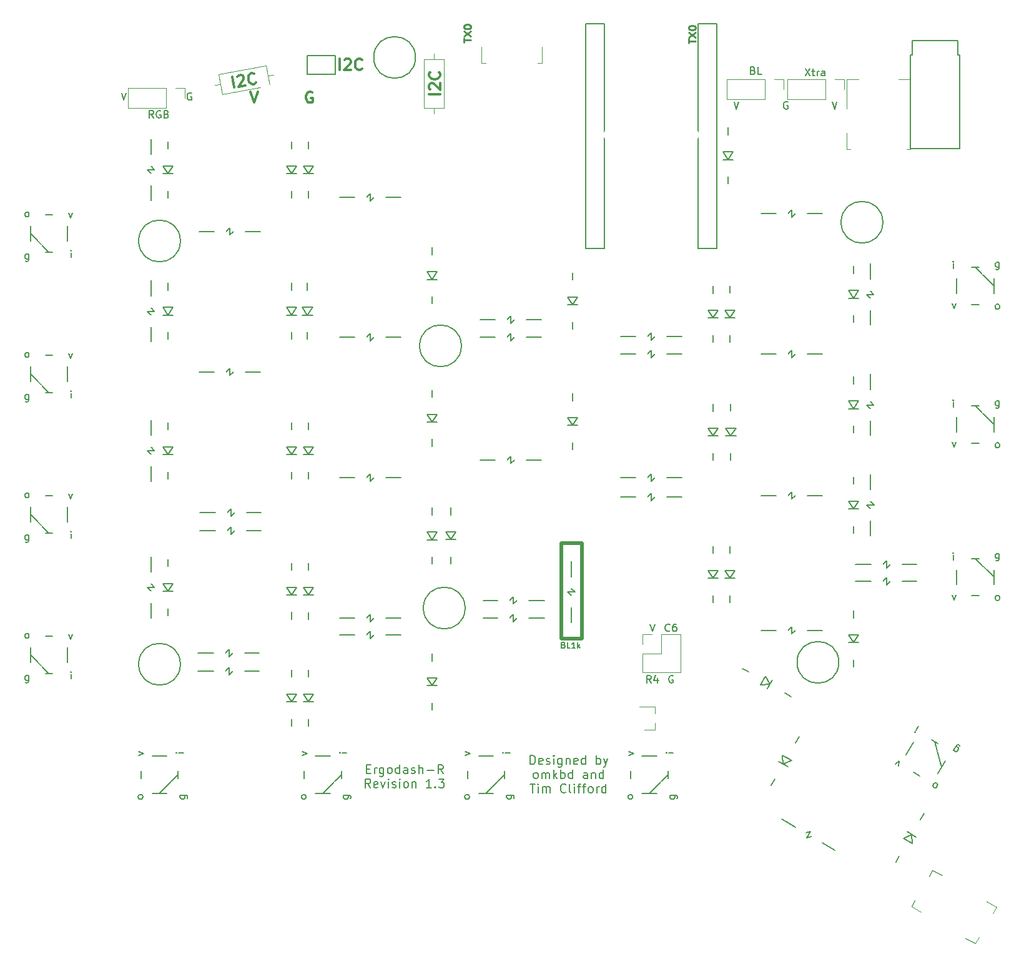
<source format=gto>
G04 #@! TF.GenerationSoftware,KiCad,Pcbnew,(5.99.0-7652-gaab3c936f0)*
G04 #@! TF.CreationDate,2020-12-28T19:10:50+00:00*
G04 #@! TF.ProjectId,ergodash,6572676f-6461-4736-982e-6b696361645f,2.0*
G04 #@! TF.SameCoordinates,PX4c880a8PY8a3633c*
G04 #@! TF.FileFunction,Legend,Top*
G04 #@! TF.FilePolarity,Positive*
%FSLAX46Y46*%
G04 Gerber Fmt 4.6, Leading zero omitted, Abs format (unit mm)*
G04 Created by KiCad (PCBNEW (5.99.0-7652-gaab3c936f0)) date 2020-12-28 19:10:50*
%MOMM*%
%LPD*%
G01*
G04 APERTURE LIST*
%ADD10C,0.500000*%
%ADD11C,0.300000*%
%ADD12C,0.200000*%
%ADD13C,0.250000*%
%ADD14C,0.150000*%
%ADD15C,0.120000*%
%ADD16C,1.210000*%
%ADD17R,1.905000X1.905000*%
%ADD18C,1.905000*%
%ADD19C,1.524000*%
%ADD20C,1.700000*%
%ADD21C,4.000000*%
%ADD22C,1.900000*%
%ADD23O,2.300000X3.337000*%
%ADD24C,2.000000*%
%ADD25C,1.600000*%
%ADD26O,1.600000X1.600000*%
%ADD27C,5.000000*%
%ADD28R,1.524000X1.524000*%
%ADD29O,1.300000X2.000000*%
%ADD30R,1.700000X1.700000*%
%ADD31O,1.700000X1.700000*%
%ADD32R,1.200000X1.400000*%
%ADD33R,1.400000X1.200000*%
%ADD34R,0.900000X0.800000*%
%ADD35R,1.200000X1.600000*%
%ADD36R,1.600000X1.600000*%
%ADD37R,1.400000X1.800000*%
%ADD38R,1.800000X1.400000*%
G04 APERTURE END LIST*
D10*
X72754000Y34590500D02*
X75548000Y34590500D01*
X75548000Y34590500D02*
X75548000Y21636500D01*
X75548000Y21636500D02*
X72754000Y21636500D01*
X72754000Y21636500D02*
X72754000Y34590500D01*
D11*
X56319755Y95503298D02*
X54819755Y95503298D01*
X54962612Y96146155D02*
X54891184Y96217583D01*
X54819755Y96360441D01*
X54819755Y96717583D01*
X54891184Y96860441D01*
X54962612Y96931869D01*
X55105469Y97003298D01*
X55248326Y97003298D01*
X55462612Y96931869D01*
X56319755Y96074726D01*
X56319755Y97003298D01*
X56176898Y98503298D02*
X56248326Y98431869D01*
X56319755Y98217583D01*
X56319755Y98074726D01*
X56248326Y97860441D01*
X56105469Y97717583D01*
X55962612Y97646155D01*
X55676898Y97574726D01*
X55462612Y97574726D01*
X55176898Y97646155D01*
X55034041Y97717583D01*
X54891184Y97860441D01*
X54819755Y98074726D01*
X54819755Y98217583D01*
X54891184Y98431869D01*
X54962612Y98503298D01*
X28408976Y96426051D02*
X28148504Y97903262D01*
X28806402Y97874206D02*
X28864342Y97956953D01*
X28992625Y98052103D01*
X29344342Y98114121D01*
X29497432Y98068584D01*
X29580179Y98010644D01*
X29675329Y97882361D01*
X29700136Y97741674D01*
X29667003Y97518240D01*
X28971724Y96525278D01*
X29886188Y96686523D01*
X31338593Y97087682D02*
X31280653Y97004935D01*
X31082026Y96897381D01*
X30941339Y96872574D01*
X30717905Y96905708D01*
X30552412Y97021587D01*
X30457261Y97149871D01*
X30337304Y97418841D01*
X30300094Y97629871D01*
X30320824Y97923648D01*
X30366360Y98076739D01*
X30482240Y98242232D01*
X30680867Y98349786D01*
X30821554Y98374593D01*
X31044987Y98341460D01*
X31127734Y98283520D01*
D12*
X73052571Y20804643D02*
X73166857Y20766548D01*
X73204952Y20728453D01*
X73243047Y20652262D01*
X73243047Y20537977D01*
X73204952Y20461786D01*
X73166857Y20423691D01*
X73090666Y20385596D01*
X72785904Y20385596D01*
X72785904Y21185596D01*
X73052571Y21185596D01*
X73128761Y21147500D01*
X73166857Y21109405D01*
X73204952Y21033215D01*
X73204952Y20957024D01*
X73166857Y20880834D01*
X73128761Y20842739D01*
X73052571Y20804643D01*
X72785904Y20804643D01*
X73966857Y20385596D02*
X73585904Y20385596D01*
X73585904Y21185596D01*
X74652571Y20385596D02*
X74195428Y20385596D01*
X74424000Y20385596D02*
X74424000Y21185596D01*
X74347809Y21071310D01*
X74271619Y20995120D01*
X74195428Y20957024D01*
X74995428Y20385596D02*
X74995428Y21185596D01*
X75071619Y20690358D02*
X75300190Y20385596D01*
X75300190Y20918929D02*
X74995428Y20614167D01*
X46324571Y4017715D02*
X46724571Y4017715D01*
X46896000Y3389143D02*
X46324571Y3389143D01*
X46324571Y4589143D01*
X46896000Y4589143D01*
X47410285Y3389143D02*
X47410285Y4189143D01*
X47410285Y3960572D02*
X47467428Y4074858D01*
X47524571Y4132000D01*
X47638857Y4189143D01*
X47753142Y4189143D01*
X48667428Y4189143D02*
X48667428Y3217715D01*
X48610285Y3103429D01*
X48553142Y3046286D01*
X48438857Y2989143D01*
X48267428Y2989143D01*
X48153142Y3046286D01*
X48667428Y3446286D02*
X48553142Y3389143D01*
X48324571Y3389143D01*
X48210285Y3446286D01*
X48153142Y3503429D01*
X48096000Y3617715D01*
X48096000Y3960572D01*
X48153142Y4074858D01*
X48210285Y4132000D01*
X48324571Y4189143D01*
X48553142Y4189143D01*
X48667428Y4132000D01*
X49410285Y3389143D02*
X49296000Y3446286D01*
X49238857Y3503429D01*
X49181714Y3617715D01*
X49181714Y3960572D01*
X49238857Y4074858D01*
X49296000Y4132000D01*
X49410285Y4189143D01*
X49581714Y4189143D01*
X49696000Y4132000D01*
X49753142Y4074858D01*
X49810285Y3960572D01*
X49810285Y3617715D01*
X49753142Y3503429D01*
X49696000Y3446286D01*
X49581714Y3389143D01*
X49410285Y3389143D01*
X50838857Y3389143D02*
X50838857Y4589143D01*
X50838857Y3446286D02*
X50724571Y3389143D01*
X50496000Y3389143D01*
X50381714Y3446286D01*
X50324571Y3503429D01*
X50267428Y3617715D01*
X50267428Y3960572D01*
X50324571Y4074858D01*
X50381714Y4132000D01*
X50496000Y4189143D01*
X50724571Y4189143D01*
X50838857Y4132000D01*
X51924571Y3389143D02*
X51924571Y4017715D01*
X51867428Y4132000D01*
X51753142Y4189143D01*
X51524571Y4189143D01*
X51410285Y4132000D01*
X51924571Y3446286D02*
X51810285Y3389143D01*
X51524571Y3389143D01*
X51410285Y3446286D01*
X51353142Y3560572D01*
X51353142Y3674858D01*
X51410285Y3789143D01*
X51524571Y3846286D01*
X51810285Y3846286D01*
X51924571Y3903429D01*
X52438857Y3446286D02*
X52553142Y3389143D01*
X52781714Y3389143D01*
X52896000Y3446286D01*
X52953142Y3560572D01*
X52953142Y3617715D01*
X52896000Y3732000D01*
X52781714Y3789143D01*
X52610285Y3789143D01*
X52496000Y3846286D01*
X52438857Y3960572D01*
X52438857Y4017715D01*
X52496000Y4132000D01*
X52610285Y4189143D01*
X52781714Y4189143D01*
X52896000Y4132000D01*
X53467428Y3389143D02*
X53467428Y4589143D01*
X53981714Y3389143D02*
X53981714Y4017715D01*
X53924571Y4132000D01*
X53810285Y4189143D01*
X53638857Y4189143D01*
X53524571Y4132000D01*
X53467428Y4074858D01*
X54553142Y3846286D02*
X55467428Y3846286D01*
X56724571Y3389143D02*
X56324571Y3960572D01*
X56038857Y3389143D02*
X56038857Y4589143D01*
X56496000Y4589143D01*
X56610285Y4532000D01*
X56667428Y4474858D01*
X56724571Y4360572D01*
X56724571Y4189143D01*
X56667428Y4074858D01*
X56610285Y4017715D01*
X56496000Y3960572D01*
X56038857Y3960572D01*
X46867428Y1457143D02*
X46467428Y2028572D01*
X46181714Y1457143D02*
X46181714Y2657143D01*
X46638857Y2657143D01*
X46753142Y2600000D01*
X46810285Y2542858D01*
X46867428Y2428572D01*
X46867428Y2257143D01*
X46810285Y2142858D01*
X46753142Y2085715D01*
X46638857Y2028572D01*
X46181714Y2028572D01*
X47838857Y1514286D02*
X47724571Y1457143D01*
X47496000Y1457143D01*
X47381714Y1514286D01*
X47324571Y1628572D01*
X47324571Y2085715D01*
X47381714Y2200000D01*
X47496000Y2257143D01*
X47724571Y2257143D01*
X47838857Y2200000D01*
X47896000Y2085715D01*
X47896000Y1971429D01*
X47324571Y1857143D01*
X48296000Y2257143D02*
X48581714Y1457143D01*
X48867428Y2257143D01*
X49324571Y1457143D02*
X49324571Y2257143D01*
X49324571Y2657143D02*
X49267428Y2600000D01*
X49324571Y2542858D01*
X49381714Y2600000D01*
X49324571Y2657143D01*
X49324571Y2542858D01*
X49838857Y1514286D02*
X49953142Y1457143D01*
X50181714Y1457143D01*
X50296000Y1514286D01*
X50353142Y1628572D01*
X50353142Y1685715D01*
X50296000Y1800000D01*
X50181714Y1857143D01*
X50010285Y1857143D01*
X49896000Y1914286D01*
X49838857Y2028572D01*
X49838857Y2085715D01*
X49896000Y2200000D01*
X50010285Y2257143D01*
X50181714Y2257143D01*
X50296000Y2200000D01*
X50867428Y1457143D02*
X50867428Y2257143D01*
X50867428Y2657143D02*
X50810285Y2600000D01*
X50867428Y2542858D01*
X50924571Y2600000D01*
X50867428Y2657143D01*
X50867428Y2542858D01*
X51610285Y1457143D02*
X51496000Y1514286D01*
X51438857Y1571429D01*
X51381714Y1685715D01*
X51381714Y2028572D01*
X51438857Y2142858D01*
X51496000Y2200000D01*
X51610285Y2257143D01*
X51781714Y2257143D01*
X51896000Y2200000D01*
X51953142Y2142858D01*
X52010285Y2028572D01*
X52010285Y1685715D01*
X51953142Y1571429D01*
X51896000Y1514286D01*
X51781714Y1457143D01*
X51610285Y1457143D01*
X52524571Y2257143D02*
X52524571Y1457143D01*
X52524571Y2142858D02*
X52581714Y2200000D01*
X52696000Y2257143D01*
X52867428Y2257143D01*
X52981714Y2200000D01*
X53038857Y2085715D01*
X53038857Y1457143D01*
X55153142Y1457143D02*
X54467428Y1457143D01*
X54810285Y1457143D02*
X54810285Y2657143D01*
X54696000Y2485715D01*
X54581714Y2371429D01*
X54467428Y2314286D01*
X55667428Y1571429D02*
X55724571Y1514286D01*
X55667428Y1457143D01*
X55610285Y1514286D01*
X55667428Y1571429D01*
X55667428Y1457143D01*
X56124571Y2657143D02*
X56867428Y2657143D01*
X56467428Y2200000D01*
X56638857Y2200000D01*
X56753142Y2142858D01*
X56810285Y2085715D01*
X56867428Y1971429D01*
X56867428Y1685715D01*
X56810285Y1571429D01*
X56753142Y1514286D01*
X56638857Y1457143D01*
X56296000Y1457143D01*
X56181714Y1514286D01*
X56124571Y1571429D01*
D13*
X89986380Y102440405D02*
X89986380Y103011834D01*
X90986380Y102726120D02*
X89986380Y102726120D01*
X89986380Y103249929D02*
X90986380Y103916596D01*
X89986380Y103916596D02*
X90986380Y103249929D01*
X89986380Y104488024D02*
X89986380Y104583262D01*
X90034000Y104678500D01*
X90081619Y104726120D01*
X90176857Y104773739D01*
X90367333Y104821358D01*
X90605428Y104821358D01*
X90795904Y104773739D01*
X90891142Y104726120D01*
X90938761Y104678500D01*
X90986380Y104583262D01*
X90986380Y104488024D01*
X90938761Y104392786D01*
X90891142Y104345167D01*
X90795904Y104297548D01*
X90605428Y104249929D01*
X90367333Y104249929D01*
X90176857Y104297548D01*
X90081619Y104345167D01*
X90034000Y104392786D01*
X89986380Y104488024D01*
D11*
X42714714Y98808929D02*
X42714714Y100308929D01*
X43357571Y100166072D02*
X43429000Y100237500D01*
X43571857Y100308929D01*
X43929000Y100308929D01*
X44071857Y100237500D01*
X44143285Y100166072D01*
X44214714Y100023215D01*
X44214714Y99880358D01*
X44143285Y99666072D01*
X43286142Y98808929D01*
X44214714Y98808929D01*
X45714714Y98951786D02*
X45643285Y98880358D01*
X45429000Y98808929D01*
X45286142Y98808929D01*
X45071857Y98880358D01*
X44929000Y99023215D01*
X44857571Y99166072D01*
X44786142Y99451786D01*
X44786142Y99666072D01*
X44857571Y99951786D01*
X44929000Y100094643D01*
X45071857Y100237500D01*
X45286142Y100308929D01*
X45429000Y100308929D01*
X45643285Y100237500D01*
X45714714Y100166072D01*
X30598000Y95863929D02*
X31098000Y94363929D01*
X31598000Y95863929D01*
D13*
X59506380Y102567405D02*
X59506380Y103138834D01*
X60506380Y102853120D02*
X59506380Y102853120D01*
X59506380Y103376929D02*
X60506380Y104043596D01*
X59506380Y104043596D02*
X60506380Y103376929D01*
X59506380Y104615024D02*
X59506380Y104710262D01*
X59554000Y104805500D01*
X59601619Y104853120D01*
X59696857Y104900739D01*
X59887333Y104948358D01*
X60125428Y104948358D01*
X60315904Y104900739D01*
X60411142Y104853120D01*
X60458761Y104805500D01*
X60506380Y104710262D01*
X60506380Y104615024D01*
X60458761Y104519786D01*
X60411142Y104472167D01*
X60315904Y104424548D01*
X60125428Y104376929D01*
X59887333Y104376929D01*
X59696857Y104424548D01*
X59601619Y104472167D01*
X59554000Y104519786D01*
X59506380Y104615024D01*
D12*
X13778333Y95717120D02*
X13445000Y94717120D01*
X13111666Y95717120D01*
D14*
X84923333Y15676620D02*
X84590000Y16152810D01*
X84351904Y15676620D02*
X84351904Y16676620D01*
X84732857Y16676620D01*
X84828095Y16629000D01*
X84875714Y16581381D01*
X84923333Y16486143D01*
X84923333Y16343286D01*
X84875714Y16248048D01*
X84828095Y16200429D01*
X84732857Y16152810D01*
X84351904Y16152810D01*
X85780476Y16343286D02*
X85780476Y15676620D01*
X85542380Y16724239D02*
X85304285Y16009953D01*
X85923333Y16009953D01*
D12*
X103461904Y94465000D02*
X103366666Y94512620D01*
X103223809Y94512620D01*
X103080952Y94465000D01*
X102985714Y94369762D01*
X102938095Y94274524D01*
X102890476Y94084048D01*
X102890476Y93941191D01*
X102938095Y93750715D01*
X102985714Y93655477D01*
X103080952Y93560239D01*
X103223809Y93512620D01*
X103319047Y93512620D01*
X103461904Y93560239D01*
X103509523Y93607858D01*
X103509523Y93941191D01*
X103319047Y93941191D01*
D14*
X87891904Y16629000D02*
X87796666Y16676620D01*
X87653809Y16676620D01*
X87510952Y16629000D01*
X87415714Y16533762D01*
X87368095Y16438524D01*
X87320476Y16248048D01*
X87320476Y16105191D01*
X87368095Y15914715D01*
X87415714Y15819477D01*
X87510952Y15724239D01*
X87653809Y15676620D01*
X87749047Y15676620D01*
X87891904Y15724239D01*
X87939523Y15771858D01*
X87939523Y16105191D01*
X87749047Y16105191D01*
D12*
X96166665Y94512620D02*
X96499999Y93512620D01*
X96833332Y94512620D01*
X109466665Y94512620D02*
X109799999Y93512620D01*
X110133332Y94512620D01*
X17453523Y92304120D02*
X17120190Y92780310D01*
X16882095Y92304120D02*
X16882095Y93304120D01*
X17263047Y93304120D01*
X17358285Y93256500D01*
X17405904Y93208881D01*
X17453523Y93113643D01*
X17453523Y92970786D01*
X17405904Y92875548D01*
X17358285Y92827929D01*
X17263047Y92780310D01*
X16882095Y92780310D01*
X18405904Y93256500D02*
X18310666Y93304120D01*
X18167809Y93304120D01*
X18024952Y93256500D01*
X17929714Y93161262D01*
X17882095Y93066024D01*
X17834476Y92875548D01*
X17834476Y92732691D01*
X17882095Y92542215D01*
X17929714Y92446977D01*
X18024952Y92351739D01*
X18167809Y92304120D01*
X18263047Y92304120D01*
X18405904Y92351739D01*
X18453523Y92399358D01*
X18453523Y92732691D01*
X18263047Y92732691D01*
X19215428Y92827929D02*
X19358285Y92780310D01*
X19405904Y92732691D01*
X19453523Y92637453D01*
X19453523Y92494596D01*
X19405904Y92399358D01*
X19358285Y92351739D01*
X19263047Y92304120D01*
X18882095Y92304120D01*
X18882095Y93304120D01*
X19215428Y93304120D01*
X19310666Y93256500D01*
X19358285Y93208881D01*
X19405904Y93113643D01*
X19405904Y93018405D01*
X19358285Y92923167D01*
X19310666Y92875548D01*
X19215428Y92827929D01*
X18882095Y92827929D01*
D11*
X38983857Y95792500D02*
X38841000Y95863929D01*
X38626714Y95863929D01*
X38412428Y95792500D01*
X38269571Y95649643D01*
X38198142Y95506786D01*
X38126714Y95221072D01*
X38126714Y95006786D01*
X38198142Y94721072D01*
X38269571Y94578215D01*
X38412428Y94435358D01*
X38626714Y94363929D01*
X38769571Y94363929D01*
X38983857Y94435358D01*
X39055285Y94506786D01*
X39055285Y95006786D01*
X38769571Y95006786D01*
D12*
X98766666Y98736429D02*
X98909523Y98688810D01*
X98957142Y98641191D01*
X99004761Y98545953D01*
X99004761Y98403096D01*
X98957142Y98307858D01*
X98909523Y98260239D01*
X98814285Y98212620D01*
X98433333Y98212620D01*
X98433333Y99212620D01*
X98766666Y99212620D01*
X98861904Y99165000D01*
X98909523Y99117381D01*
X98957142Y99022143D01*
X98957142Y98926905D01*
X98909523Y98831667D01*
X98861904Y98784048D01*
X98766666Y98736429D01*
X98433333Y98736429D01*
X99909523Y98212620D02*
X99433333Y98212620D01*
X99433333Y99212620D01*
X68546000Y4639143D02*
X68546000Y5839143D01*
X68831714Y5839143D01*
X69003142Y5782000D01*
X69117428Y5667715D01*
X69174571Y5553429D01*
X69231714Y5324858D01*
X69231714Y5153429D01*
X69174571Y4924858D01*
X69117428Y4810572D01*
X69003142Y4696286D01*
X68831714Y4639143D01*
X68546000Y4639143D01*
X70203142Y4696286D02*
X70088857Y4639143D01*
X69860285Y4639143D01*
X69746000Y4696286D01*
X69688857Y4810572D01*
X69688857Y5267715D01*
X69746000Y5382000D01*
X69860285Y5439143D01*
X70088857Y5439143D01*
X70203142Y5382000D01*
X70260285Y5267715D01*
X70260285Y5153429D01*
X69688857Y5039143D01*
X70717428Y4696286D02*
X70831714Y4639143D01*
X71060285Y4639143D01*
X71174571Y4696286D01*
X71231714Y4810572D01*
X71231714Y4867715D01*
X71174571Y4982000D01*
X71060285Y5039143D01*
X70888857Y5039143D01*
X70774571Y5096286D01*
X70717428Y5210572D01*
X70717428Y5267715D01*
X70774571Y5382000D01*
X70888857Y5439143D01*
X71060285Y5439143D01*
X71174571Y5382000D01*
X71746000Y4639143D02*
X71746000Y5439143D01*
X71746000Y5839143D02*
X71688857Y5782000D01*
X71746000Y5724858D01*
X71803142Y5782000D01*
X71746000Y5839143D01*
X71746000Y5724858D01*
X72831714Y5439143D02*
X72831714Y4467715D01*
X72774571Y4353429D01*
X72717428Y4296286D01*
X72603142Y4239143D01*
X72431714Y4239143D01*
X72317428Y4296286D01*
X72831714Y4696286D02*
X72717428Y4639143D01*
X72488857Y4639143D01*
X72374571Y4696286D01*
X72317428Y4753429D01*
X72260285Y4867715D01*
X72260285Y5210572D01*
X72317428Y5324858D01*
X72374571Y5382000D01*
X72488857Y5439143D01*
X72717428Y5439143D01*
X72831714Y5382000D01*
X73403142Y5439143D02*
X73403142Y4639143D01*
X73403142Y5324858D02*
X73460285Y5382000D01*
X73574571Y5439143D01*
X73746000Y5439143D01*
X73860285Y5382000D01*
X73917428Y5267715D01*
X73917428Y4639143D01*
X74946000Y4696286D02*
X74831714Y4639143D01*
X74603142Y4639143D01*
X74488857Y4696286D01*
X74431714Y4810572D01*
X74431714Y5267715D01*
X74488857Y5382000D01*
X74603142Y5439143D01*
X74831714Y5439143D01*
X74946000Y5382000D01*
X75003142Y5267715D01*
X75003142Y5153429D01*
X74431714Y5039143D01*
X76031714Y4639143D02*
X76031714Y5839143D01*
X76031714Y4696286D02*
X75917428Y4639143D01*
X75688857Y4639143D01*
X75574571Y4696286D01*
X75517428Y4753429D01*
X75460285Y4867715D01*
X75460285Y5210572D01*
X75517428Y5324858D01*
X75574571Y5382000D01*
X75688857Y5439143D01*
X75917428Y5439143D01*
X76031714Y5382000D01*
X77517428Y4639143D02*
X77517428Y5839143D01*
X77517428Y5382000D02*
X77631714Y5439143D01*
X77860285Y5439143D01*
X77974571Y5382000D01*
X78031714Y5324858D01*
X78088857Y5210572D01*
X78088857Y4867715D01*
X78031714Y4753429D01*
X77974571Y4696286D01*
X77860285Y4639143D01*
X77631714Y4639143D01*
X77517428Y4696286D01*
X78488857Y5439143D02*
X78774571Y4639143D01*
X79060285Y5439143D02*
X78774571Y4639143D01*
X78660285Y4353429D01*
X78603142Y4296286D01*
X78488857Y4239143D01*
X69203142Y2707143D02*
X69088857Y2764286D01*
X69031714Y2821429D01*
X68974571Y2935715D01*
X68974571Y3278572D01*
X69031714Y3392858D01*
X69088857Y3450000D01*
X69203142Y3507143D01*
X69374571Y3507143D01*
X69488857Y3450000D01*
X69546000Y3392858D01*
X69603142Y3278572D01*
X69603142Y2935715D01*
X69546000Y2821429D01*
X69488857Y2764286D01*
X69374571Y2707143D01*
X69203142Y2707143D01*
X70117428Y2707143D02*
X70117428Y3507143D01*
X70117428Y3392858D02*
X70174571Y3450000D01*
X70288857Y3507143D01*
X70460285Y3507143D01*
X70574571Y3450000D01*
X70631714Y3335715D01*
X70631714Y2707143D01*
X70631714Y3335715D02*
X70688857Y3450000D01*
X70803142Y3507143D01*
X70974571Y3507143D01*
X71088857Y3450000D01*
X71146000Y3335715D01*
X71146000Y2707143D01*
X71717428Y2707143D02*
X71717428Y3907143D01*
X71831714Y3164286D02*
X72174571Y2707143D01*
X72174571Y3507143D02*
X71717428Y3050000D01*
X72688857Y2707143D02*
X72688857Y3907143D01*
X72688857Y3450000D02*
X72803142Y3507143D01*
X73031714Y3507143D01*
X73146000Y3450000D01*
X73203142Y3392858D01*
X73260285Y3278572D01*
X73260285Y2935715D01*
X73203142Y2821429D01*
X73146000Y2764286D01*
X73031714Y2707143D01*
X72803142Y2707143D01*
X72688857Y2764286D01*
X74288857Y2707143D02*
X74288857Y3907143D01*
X74288857Y2764286D02*
X74174571Y2707143D01*
X73946000Y2707143D01*
X73831714Y2764286D01*
X73774571Y2821429D01*
X73717428Y2935715D01*
X73717428Y3278572D01*
X73774571Y3392858D01*
X73831714Y3450000D01*
X73946000Y3507143D01*
X74174571Y3507143D01*
X74288857Y3450000D01*
X76288857Y2707143D02*
X76288857Y3335715D01*
X76231714Y3450000D01*
X76117428Y3507143D01*
X75888857Y3507143D01*
X75774571Y3450000D01*
X76288857Y2764286D02*
X76174571Y2707143D01*
X75888857Y2707143D01*
X75774571Y2764286D01*
X75717428Y2878572D01*
X75717428Y2992858D01*
X75774571Y3107143D01*
X75888857Y3164286D01*
X76174571Y3164286D01*
X76288857Y3221429D01*
X76860285Y3507143D02*
X76860285Y2707143D01*
X76860285Y3392858D02*
X76917428Y3450000D01*
X77031714Y3507143D01*
X77203142Y3507143D01*
X77317428Y3450000D01*
X77374571Y3335715D01*
X77374571Y2707143D01*
X78460285Y2707143D02*
X78460285Y3907143D01*
X78460285Y2764286D02*
X78346000Y2707143D01*
X78117428Y2707143D01*
X78003142Y2764286D01*
X77946000Y2821429D01*
X77888857Y2935715D01*
X77888857Y3278572D01*
X77946000Y3392858D01*
X78003142Y3450000D01*
X78117428Y3507143D01*
X78346000Y3507143D01*
X78460285Y3450000D01*
X68517428Y1975143D02*
X69203142Y1975143D01*
X68860285Y775143D02*
X68860285Y1975143D01*
X69603142Y775143D02*
X69603142Y1575143D01*
X69603142Y1975143D02*
X69546000Y1918000D01*
X69603142Y1860858D01*
X69660285Y1918000D01*
X69603142Y1975143D01*
X69603142Y1860858D01*
X70174571Y775143D02*
X70174571Y1575143D01*
X70174571Y1460858D02*
X70231714Y1518000D01*
X70346000Y1575143D01*
X70517428Y1575143D01*
X70631714Y1518000D01*
X70688857Y1403715D01*
X70688857Y775143D01*
X70688857Y1403715D02*
X70746000Y1518000D01*
X70860285Y1575143D01*
X71031714Y1575143D01*
X71146000Y1518000D01*
X71203142Y1403715D01*
X71203142Y775143D01*
X73374571Y889429D02*
X73317428Y832286D01*
X73146000Y775143D01*
X73031714Y775143D01*
X72860285Y832286D01*
X72746000Y946572D01*
X72688857Y1060858D01*
X72631714Y1289429D01*
X72631714Y1460858D01*
X72688857Y1689429D01*
X72746000Y1803715D01*
X72860285Y1918000D01*
X73031714Y1975143D01*
X73146000Y1975143D01*
X73317428Y1918000D01*
X73374571Y1860858D01*
X74060285Y775143D02*
X73946000Y832286D01*
X73888857Y946572D01*
X73888857Y1975143D01*
X74517428Y775143D02*
X74517428Y1575143D01*
X74517428Y1975143D02*
X74460285Y1918000D01*
X74517428Y1860858D01*
X74574571Y1918000D01*
X74517428Y1975143D01*
X74517428Y1860858D01*
X74917428Y1575143D02*
X75374571Y1575143D01*
X75088857Y775143D02*
X75088857Y1803715D01*
X75146000Y1918000D01*
X75260285Y1975143D01*
X75374571Y1975143D01*
X75603142Y1575143D02*
X76060285Y1575143D01*
X75774571Y775143D02*
X75774571Y1803715D01*
X75831714Y1918000D01*
X75946000Y1975143D01*
X76060285Y1975143D01*
X76631714Y775143D02*
X76517428Y832286D01*
X76460285Y889429D01*
X76403142Y1003715D01*
X76403142Y1346572D01*
X76460285Y1460858D01*
X76517428Y1518000D01*
X76631714Y1575143D01*
X76803142Y1575143D01*
X76917428Y1518000D01*
X76974571Y1460858D01*
X77031714Y1346572D01*
X77031714Y1003715D01*
X76974571Y889429D01*
X76917428Y832286D01*
X76803142Y775143D01*
X76631714Y775143D01*
X77546000Y775143D02*
X77546000Y1575143D01*
X77546000Y1346572D02*
X77603142Y1460858D01*
X77660285Y1518000D01*
X77774571Y1575143D01*
X77888857Y1575143D01*
X78803142Y775143D02*
X78803142Y1975143D01*
X78803142Y832286D02*
X78688857Y775143D01*
X78460285Y775143D01*
X78346000Y832286D01*
X78288857Y889429D01*
X78231714Y1003715D01*
X78231714Y1346572D01*
X78288857Y1460858D01*
X78346000Y1518000D01*
X78460285Y1575143D01*
X78688857Y1575143D01*
X78803142Y1518000D01*
D14*
X84756666Y23661620D02*
X85090000Y22661620D01*
X85423333Y23661620D01*
X87463333Y22756858D02*
X87415714Y22709239D01*
X87272857Y22661620D01*
X87177619Y22661620D01*
X87034761Y22709239D01*
X86939523Y22804477D01*
X86891904Y22899715D01*
X86844285Y23090191D01*
X86844285Y23233048D01*
X86891904Y23423524D01*
X86939523Y23518762D01*
X87034761Y23614000D01*
X87177619Y23661620D01*
X87272857Y23661620D01*
X87415714Y23614000D01*
X87463333Y23566381D01*
X88320476Y23661620D02*
X88130000Y23661620D01*
X88034761Y23614000D01*
X87987142Y23566381D01*
X87891904Y23423524D01*
X87844285Y23233048D01*
X87844285Y22852096D01*
X87891904Y22756858D01*
X87939523Y22709239D01*
X88034761Y22661620D01*
X88225238Y22661620D01*
X88320476Y22709239D01*
X88368095Y22756858D01*
X88415714Y22852096D01*
X88415714Y23090191D01*
X88368095Y23185429D01*
X88320476Y23233048D01*
X88225238Y23280667D01*
X88034761Y23280667D01*
X87939523Y23233048D01*
X87891904Y23185429D01*
X87844285Y23090191D01*
D12*
X105819046Y99012620D02*
X106485713Y98012620D01*
X106485713Y99012620D02*
X105819046Y98012620D01*
X106723808Y98679286D02*
X107104760Y98679286D01*
X106866665Y99012620D02*
X106866665Y98155477D01*
X106914284Y98060239D01*
X107009522Y98012620D01*
X107104760Y98012620D01*
X107438094Y98012620D02*
X107438094Y98679286D01*
X107438094Y98488810D02*
X107485713Y98584048D01*
X107533332Y98631667D01*
X107628570Y98679286D01*
X107723808Y98679286D01*
X108485713Y98012620D02*
X108485713Y98536429D01*
X108438094Y98631667D01*
X108342856Y98679286D01*
X108152379Y98679286D01*
X108057141Y98631667D01*
X108485713Y98060239D02*
X108390475Y98012620D01*
X108152379Y98012620D01*
X108057141Y98060239D01*
X108009522Y98155477D01*
X108009522Y98250715D01*
X108057141Y98345953D01*
X108152379Y98393572D01*
X108390475Y98393572D01*
X108485713Y98441191D01*
X22596904Y95669500D02*
X22501666Y95717120D01*
X22358809Y95717120D01*
X22215952Y95669500D01*
X22120714Y95574262D01*
X22073095Y95479024D01*
X22025476Y95288548D01*
X22025476Y95145691D01*
X22073095Y94955215D01*
X22120714Y94859977D01*
X22215952Y94764739D01*
X22358809Y94717120D01*
X22454047Y94717120D01*
X22596904Y94764739D01*
X22644523Y94812358D01*
X22644523Y95145691D01*
X22454047Y95145691D01*
D14*
X6285000Y73375120D02*
X6285000Y74041786D01*
X6285000Y74375120D02*
X6237380Y74327500D01*
X6285000Y74279881D01*
X6332619Y74327500D01*
X6285000Y74375120D01*
X6285000Y74279881D01*
X5946904Y79441786D02*
X6185000Y78775120D01*
X6423095Y79441786D01*
X499285Y73841786D02*
X499285Y73032262D01*
X451666Y72937024D01*
X404047Y72889405D01*
X308809Y72841786D01*
X165952Y72841786D01*
X70714Y72889405D01*
X499285Y73222739D02*
X404047Y73175120D01*
X213571Y73175120D01*
X118333Y73222739D01*
X70714Y73270358D01*
X23095Y73365596D01*
X23095Y73651310D01*
X70714Y73746548D01*
X118333Y73794167D01*
X213571Y73841786D01*
X404047Y73841786D01*
X499285Y73794167D01*
X213571Y78875120D02*
X118333Y78922739D01*
X70714Y78970358D01*
X23095Y79065596D01*
X23095Y79351310D01*
X70714Y79446548D01*
X118333Y79494167D01*
X213571Y79541786D01*
X356428Y79541786D01*
X451666Y79494167D01*
X499285Y79446548D01*
X546904Y79351310D01*
X546904Y79065596D01*
X499285Y78970358D01*
X451666Y78922739D01*
X356428Y78875120D01*
X213571Y78875120D01*
X6285000Y54325120D02*
X6285000Y54991786D01*
X6285000Y55325120D02*
X6237380Y55277500D01*
X6285000Y55229881D01*
X6332619Y55277500D01*
X6285000Y55325120D01*
X6285000Y55229881D01*
X499285Y54791786D02*
X499285Y53982262D01*
X451666Y53887024D01*
X404047Y53839405D01*
X308809Y53791786D01*
X165952Y53791786D01*
X70714Y53839405D01*
X499285Y54172739D02*
X404047Y54125120D01*
X213571Y54125120D01*
X118333Y54172739D01*
X70714Y54220358D01*
X23095Y54315596D01*
X23095Y54601310D01*
X70714Y54696548D01*
X118333Y54744167D01*
X213571Y54791786D01*
X404047Y54791786D01*
X499285Y54744167D01*
X5946904Y60391786D02*
X6185000Y59725120D01*
X6423095Y60391786D01*
X213571Y59825120D02*
X118333Y59872739D01*
X70714Y59920358D01*
X23095Y60015596D01*
X23095Y60301310D01*
X70714Y60396548D01*
X118333Y60444167D01*
X213571Y60491786D01*
X356428Y60491786D01*
X451666Y60444167D01*
X499285Y60396548D01*
X546904Y60301310D01*
X546904Y60015596D01*
X499285Y59920358D01*
X451666Y59872739D01*
X356428Y59825120D01*
X213571Y59825120D01*
X5946904Y41341786D02*
X6185000Y40675120D01*
X6423095Y41341786D01*
X499285Y35741786D02*
X499285Y34932262D01*
X451666Y34837024D01*
X404047Y34789405D01*
X308809Y34741786D01*
X165952Y34741786D01*
X70714Y34789405D01*
X499285Y35122739D02*
X404047Y35075120D01*
X213571Y35075120D01*
X118333Y35122739D01*
X70714Y35170358D01*
X23095Y35265596D01*
X23095Y35551310D01*
X70714Y35646548D01*
X118333Y35694167D01*
X213571Y35741786D01*
X404047Y35741786D01*
X499285Y35694167D01*
X6285000Y35275120D02*
X6285000Y35941786D01*
X6285000Y36275120D02*
X6237380Y36227500D01*
X6285000Y36179881D01*
X6332619Y36227500D01*
X6285000Y36275120D01*
X6285000Y36179881D01*
X213571Y40775120D02*
X118333Y40822739D01*
X70714Y40870358D01*
X23095Y40965596D01*
X23095Y41251310D01*
X70714Y41346548D01*
X118333Y41394167D01*
X213571Y41441786D01*
X356428Y41441786D01*
X451666Y41394167D01*
X499285Y41346548D01*
X546904Y41251310D01*
X546904Y40965596D01*
X499285Y40870358D01*
X451666Y40822739D01*
X356428Y40775120D01*
X213571Y40775120D01*
X499285Y16691786D02*
X499285Y15882262D01*
X451666Y15787024D01*
X404047Y15739405D01*
X308809Y15691786D01*
X165952Y15691786D01*
X70714Y15739405D01*
X499285Y16072739D02*
X404047Y16025120D01*
X213571Y16025120D01*
X118333Y16072739D01*
X70714Y16120358D01*
X23095Y16215596D01*
X23095Y16501310D01*
X70714Y16596548D01*
X118333Y16644167D01*
X213571Y16691786D01*
X404047Y16691786D01*
X499285Y16644167D01*
X5946904Y22291786D02*
X6185000Y21625120D01*
X6423095Y22291786D01*
X6285000Y16225120D02*
X6285000Y16891786D01*
X6285000Y17225120D02*
X6237380Y17177500D01*
X6285000Y17129881D01*
X6332619Y17177500D01*
X6285000Y17225120D01*
X6285000Y17129881D01*
X213571Y21725120D02*
X118333Y21772739D01*
X70714Y21820358D01*
X23095Y21915596D01*
X23095Y22201310D01*
X70714Y22296548D01*
X118333Y22344167D01*
X213571Y22391786D01*
X356428Y22391786D01*
X451666Y22344167D01*
X499285Y22296548D01*
X546904Y22201310D01*
X546904Y21915596D01*
X499285Y21820358D01*
X451666Y21772739D01*
X356428Y21725120D01*
X213571Y21725120D01*
X16023380Y150072D02*
X15975761Y54834D01*
X15928142Y7215D01*
X15832904Y-40404D01*
X15547190Y-40404D01*
X15451952Y7215D01*
X15404333Y54834D01*
X15356714Y150072D01*
X15356714Y292929D01*
X15404333Y388167D01*
X15451952Y435786D01*
X15547190Y483405D01*
X15832904Y483405D01*
X15928142Y435786D01*
X15975761Y388167D01*
X16023380Y292929D01*
X16023380Y150072D01*
X21056714Y435786D02*
X21866238Y435786D01*
X21961476Y388167D01*
X22009095Y340548D01*
X22056714Y245310D01*
X22056714Y102453D01*
X22009095Y7215D01*
X21675761Y435786D02*
X21723380Y340548D01*
X21723380Y150072D01*
X21675761Y54834D01*
X21628142Y7215D01*
X21532904Y-40404D01*
X21247190Y-40404D01*
X21151952Y7215D01*
X21104333Y54834D01*
X21056714Y150072D01*
X21056714Y340548D01*
X21104333Y435786D01*
X21523380Y6221500D02*
X20856714Y6221500D01*
X20523380Y6221500D02*
X20571000Y6173881D01*
X20618619Y6221500D01*
X20571000Y6269120D01*
X20523380Y6221500D01*
X20618619Y6221500D01*
X15456714Y5883405D02*
X16123380Y6121500D01*
X15456714Y6359596D01*
X43663713Y6221500D02*
X42997047Y6221500D01*
X42663713Y6221500D02*
X42711333Y6173881D01*
X42758952Y6221500D01*
X42711333Y6269120D01*
X42663713Y6221500D01*
X42758952Y6221500D01*
X37597047Y5883405D02*
X38263713Y6121500D01*
X37597047Y6359596D01*
X43197047Y435786D02*
X44006571Y435786D01*
X44101809Y388167D01*
X44149428Y340548D01*
X44197047Y245310D01*
X44197047Y102453D01*
X44149428Y7215D01*
X43816094Y435786D02*
X43863713Y340548D01*
X43863713Y150072D01*
X43816094Y54834D01*
X43768475Y7215D01*
X43673237Y-40404D01*
X43387523Y-40404D01*
X43292285Y7215D01*
X43244666Y54834D01*
X43197047Y150072D01*
X43197047Y340548D01*
X43244666Y435786D01*
X38163713Y150072D02*
X38116094Y54834D01*
X38068475Y7215D01*
X37973237Y-40404D01*
X37687523Y-40404D01*
X37592285Y7215D01*
X37544666Y54834D01*
X37497047Y150072D01*
X37497047Y292929D01*
X37544666Y388167D01*
X37592285Y435786D01*
X37687523Y483405D01*
X37973237Y483405D01*
X38068475Y435786D01*
X38116094Y388167D01*
X38163713Y292929D01*
X38163713Y150072D01*
X65804047Y6221500D02*
X65137381Y6221500D01*
X64804047Y6221500D02*
X64851667Y6173881D01*
X64899286Y6221500D01*
X64851667Y6269120D01*
X64804047Y6221500D01*
X64899286Y6221500D01*
X65337381Y435786D02*
X66146905Y435786D01*
X66242143Y388167D01*
X66289762Y340548D01*
X66337381Y245310D01*
X66337381Y102453D01*
X66289762Y7215D01*
X65956428Y435786D02*
X66004047Y340548D01*
X66004047Y150072D01*
X65956428Y54834D01*
X65908809Y7215D01*
X65813571Y-40404D01*
X65527857Y-40404D01*
X65432619Y7215D01*
X65385000Y54834D01*
X65337381Y150072D01*
X65337381Y340548D01*
X65385000Y435786D01*
X59737381Y5883405D02*
X60404047Y6121500D01*
X59737381Y6359596D01*
X60304047Y150072D02*
X60256428Y54834D01*
X60208809Y7215D01*
X60113571Y-40404D01*
X59827857Y-40404D01*
X59732619Y7215D01*
X59685000Y54834D01*
X59637381Y150072D01*
X59637381Y292929D01*
X59685000Y388167D01*
X59732619Y435786D01*
X59827857Y483405D01*
X60113571Y483405D01*
X60208809Y435786D01*
X60256428Y388167D01*
X60304047Y292929D01*
X60304047Y150072D01*
X87944380Y6221500D02*
X87277714Y6221500D01*
X86944380Y6221500D02*
X86992000Y6173881D01*
X87039619Y6221500D01*
X86992000Y6269120D01*
X86944380Y6221500D01*
X87039619Y6221500D01*
X82444380Y150072D02*
X82396761Y54834D01*
X82349142Y7215D01*
X82253904Y-40404D01*
X81968190Y-40404D01*
X81872952Y7215D01*
X81825333Y54834D01*
X81777714Y150072D01*
X81777714Y292929D01*
X81825333Y388167D01*
X81872952Y435786D01*
X81968190Y483405D01*
X82253904Y483405D01*
X82349142Y435786D01*
X82396761Y388167D01*
X82444380Y292929D01*
X82444380Y150072D01*
X81877714Y5883405D02*
X82544380Y6121500D01*
X81877714Y6359596D01*
X87477714Y435786D02*
X88287238Y435786D01*
X88382476Y388167D01*
X88430095Y340548D01*
X88477714Y245310D01*
X88477714Y102453D01*
X88430095Y7215D01*
X88096761Y435786D02*
X88144380Y340548D01*
X88144380Y150072D01*
X88096761Y54834D01*
X88049142Y7215D01*
X87953904Y-40404D01*
X87668190Y-40404D01*
X87572952Y7215D01*
X87525333Y54834D01*
X87477714Y150072D01*
X87477714Y340548D01*
X87525333Y435786D01*
X125962356Y6527142D02*
X126367118Y7228211D01*
X126455976Y7286880D01*
X126521025Y7304310D01*
X126627313Y7297930D01*
X126751031Y7226501D01*
X126809700Y7137643D01*
X126271880Y7063253D02*
X126378168Y7056874D01*
X126543125Y6961636D01*
X126601794Y6872777D01*
X126619224Y6807728D01*
X126612844Y6701440D01*
X126469987Y6454004D01*
X126381129Y6395335D01*
X126316080Y6377906D01*
X126209792Y6384285D01*
X126044834Y6479523D01*
X125986165Y6568382D01*
X123693125Y2025291D02*
X123751794Y1936432D01*
X123769224Y1871383D01*
X123762844Y1765095D01*
X123619987Y1517659D01*
X123531129Y1458990D01*
X123466080Y1441561D01*
X123359792Y1447940D01*
X123236074Y1519369D01*
X123177405Y1608227D01*
X123159975Y1673276D01*
X123166355Y1779564D01*
X123309212Y2027000D01*
X123398070Y2085669D01*
X123463119Y2103099D01*
X123569407Y2096719D01*
X123693125Y2025291D01*
X121185114Y9824145D02*
X120851781Y9246795D01*
X120685114Y8958119D02*
X120750163Y8975549D01*
X120732733Y9040598D01*
X120667684Y9023168D01*
X120685114Y8958119D01*
X120732733Y9040598D01*
X118444579Y4401210D02*
X118571716Y5097608D01*
X118032186Y4639305D01*
X132102285Y33232786D02*
X132102285Y32423262D01*
X132054666Y32328024D01*
X132007047Y32280405D01*
X131911809Y32232786D01*
X131768952Y32232786D01*
X131673714Y32280405D01*
X132102285Y32613739D02*
X132007047Y32566120D01*
X131816571Y32566120D01*
X131721333Y32613739D01*
X131673714Y32661358D01*
X131626095Y32756596D01*
X131626095Y33042310D01*
X131673714Y33137548D01*
X131721333Y33185167D01*
X131816571Y33232786D01*
X132007047Y33232786D01*
X132102285Y33185167D01*
X131816571Y26866120D02*
X131721333Y26913739D01*
X131673714Y26961358D01*
X131626095Y27056596D01*
X131626095Y27342310D01*
X131673714Y27437548D01*
X131721333Y27485167D01*
X131816571Y27532786D01*
X131959428Y27532786D01*
X132054666Y27485167D01*
X132102285Y27437548D01*
X132149904Y27342310D01*
X132149904Y27056596D01*
X132102285Y26961358D01*
X132054666Y26913739D01*
X131959428Y26866120D01*
X131816571Y26866120D01*
X125888000Y32366120D02*
X125888000Y33032786D01*
X125888000Y33366120D02*
X125840380Y33318500D01*
X125888000Y33270881D01*
X125935619Y33318500D01*
X125888000Y33366120D01*
X125888000Y33270881D01*
X125749904Y27632786D02*
X125988000Y26966120D01*
X126226095Y27632786D01*
X125749904Y48333786D02*
X125988000Y47667120D01*
X126226095Y48333786D01*
X125888000Y53067120D02*
X125888000Y53733786D01*
X125888000Y54067120D02*
X125840380Y54019500D01*
X125888000Y53971881D01*
X125935619Y54019500D01*
X125888000Y54067120D01*
X125888000Y53971881D01*
X131816571Y47567120D02*
X131721333Y47614739D01*
X131673714Y47662358D01*
X131626095Y47757596D01*
X131626095Y48043310D01*
X131673714Y48138548D01*
X131721333Y48186167D01*
X131816571Y48233786D01*
X131959428Y48233786D01*
X132054666Y48186167D01*
X132102285Y48138548D01*
X132149904Y48043310D01*
X132149904Y47757596D01*
X132102285Y47662358D01*
X132054666Y47614739D01*
X131959428Y47567120D01*
X131816571Y47567120D01*
X132102285Y53933786D02*
X132102285Y53124262D01*
X132054666Y53029024D01*
X132007047Y52981405D01*
X131911809Y52933786D01*
X131768952Y52933786D01*
X131673714Y52981405D01*
X132102285Y53314739D02*
X132007047Y53267120D01*
X131816571Y53267120D01*
X131721333Y53314739D01*
X131673714Y53362358D01*
X131626095Y53457596D01*
X131626095Y53743310D01*
X131673714Y53838548D01*
X131721333Y53886167D01*
X131816571Y53933786D01*
X132007047Y53933786D01*
X132102285Y53886167D01*
X131816571Y66363120D02*
X131721333Y66410739D01*
X131673714Y66458358D01*
X131626095Y66553596D01*
X131626095Y66839310D01*
X131673714Y66934548D01*
X131721333Y66982167D01*
X131816571Y67029786D01*
X131959428Y67029786D01*
X132054666Y66982167D01*
X132102285Y66934548D01*
X132149904Y66839310D01*
X132149904Y66553596D01*
X132102285Y66458358D01*
X132054666Y66410739D01*
X131959428Y66363120D01*
X131816571Y66363120D01*
X125888000Y71863120D02*
X125888000Y72529786D01*
X125888000Y72863120D02*
X125840380Y72815500D01*
X125888000Y72767881D01*
X125935619Y72815500D01*
X125888000Y72863120D01*
X125888000Y72767881D01*
X132102285Y72729786D02*
X132102285Y71920262D01*
X132054666Y71825024D01*
X132007047Y71777405D01*
X131911809Y71729786D01*
X131768952Y71729786D01*
X131673714Y71777405D01*
X132102285Y72110739D02*
X132007047Y72063120D01*
X131816571Y72063120D01*
X131721333Y72110739D01*
X131673714Y72158358D01*
X131626095Y72253596D01*
X131626095Y72539310D01*
X131673714Y72634548D01*
X131721333Y72682167D01*
X131816571Y72729786D01*
X132007047Y72729786D01*
X132102285Y72682167D01*
X125749904Y67129786D02*
X125988000Y66463120D01*
X126226095Y67129786D01*
D15*
X119550000Y88050000D02*
X120050000Y88050000D01*
X111950000Y88050000D02*
X111450000Y88050000D01*
X113050000Y97550000D02*
X111450000Y97550000D01*
X111450000Y88050000D02*
X111450000Y90250000D01*
X120050000Y88050000D02*
X120050000Y90250000D01*
X120050000Y97550000D02*
X120050000Y93550000D01*
X111450000Y97550000D02*
X111450000Y93550000D01*
X118450000Y97550000D02*
X120050000Y97550000D01*
X26292604Y98229990D02*
X26768400Y95531617D01*
X33729447Y98150171D02*
X32971145Y98016462D01*
X26768400Y95531617D02*
X33209043Y96667276D01*
X25772200Y96747094D02*
X26530502Y96880803D01*
X33209043Y96667276D02*
X32733247Y99365649D01*
X32733247Y99365649D02*
X26292604Y98229990D01*
X56852000Y93677500D02*
X56852000Y100217500D01*
X54112000Y93677500D02*
X56852000Y93677500D01*
X56852000Y100217500D02*
X54112000Y100217500D01*
X54112000Y100217500D02*
X54112000Y93677500D01*
X55482000Y92907500D02*
X55482000Y93677500D01*
X55482000Y100987500D02*
X55482000Y100217500D01*
D14*
X59199427Y61387500D02*
G75*
G03*
X59199427Y61387500I-2828427J0D01*
G01*
X116349427Y78151500D02*
G75*
G03*
X116349427Y78151500I-2828427J0D01*
G01*
X110380427Y18461500D02*
G75*
G03*
X110380427Y18461500I-2828427J0D01*
G01*
X21099427Y75611500D02*
G75*
G03*
X21099427Y75611500I-2828427J0D01*
G01*
X21099427Y18207500D02*
G75*
G03*
X21099427Y18207500I-2828427J0D01*
G01*
X42147000Y98217500D02*
X42147000Y100757500D01*
X42147000Y100757500D02*
X38337000Y100757500D01*
X38337000Y100757500D02*
X38337000Y98217500D01*
X38337000Y98217500D02*
X42147000Y98217500D01*
X126550000Y100850000D02*
X126550000Y102800000D01*
X120100000Y100800000D02*
X120100000Y88100000D01*
X126550000Y100850000D02*
X126800000Y100850000D01*
X126800000Y88100000D02*
X126800000Y100850000D01*
X126800000Y88100000D02*
X120100000Y88100000D01*
X120100000Y100800000D02*
X120350000Y100800000D01*
X126550000Y102800000D02*
X120350000Y102800000D01*
X120350000Y102800000D02*
X120350000Y100800000D01*
D15*
X19130000Y96330000D02*
X19130000Y93670000D01*
X13990000Y96330000D02*
X13990000Y93670000D01*
X19130000Y96330000D02*
X13990000Y96330000D01*
X19130000Y93670000D02*
X13990000Y93670000D01*
X20400000Y96330000D02*
X21730000Y96330000D01*
X21730000Y96330000D02*
X21730000Y95000000D01*
X111130000Y97530000D02*
X111130000Y96200000D01*
X103390000Y97530000D02*
X103390000Y94870000D01*
X109800000Y97530000D02*
X111130000Y97530000D01*
X108530000Y97530000D02*
X108530000Y94870000D01*
X108530000Y97530000D02*
X103390000Y97530000D01*
X108530000Y94870000D02*
X103390000Y94870000D01*
X69501000Y99725500D02*
X70101000Y99725500D01*
X70101000Y99725500D02*
X70101000Y101925500D01*
X61901000Y99725500D02*
X61901000Y101925500D01*
X62501000Y99725500D02*
X61901000Y99725500D01*
D14*
X59707427Y25827500D02*
G75*
G03*
X59707427Y25827500I-2828427J0D01*
G01*
X17093000Y83143500D02*
X17093000Y81143500D01*
X16593000Y85243500D02*
X17093000Y84743500D01*
X17093000Y85743500D02*
X17593000Y85243500D01*
X17093000Y89443500D02*
X17093000Y87343500D01*
X17593000Y85243500D02*
X16593000Y85243500D01*
X25676000Y76916500D02*
X23676000Y76916500D01*
X27776000Y76416500D02*
X27776000Y77416500D01*
X28276000Y76916500D02*
X27776000Y76416500D01*
X27776000Y77416500D02*
X27276000Y76916500D01*
X31976000Y76916500D02*
X29876000Y76916500D01*
X42666000Y81545500D02*
X44766000Y81545500D01*
X46866000Y81045500D02*
X47366000Y81545500D01*
X46866000Y82045500D02*
X46866000Y81045500D01*
X46366000Y81545500D02*
X46866000Y82045500D01*
X48966000Y81545500D02*
X50966000Y81545500D01*
X68016000Y64908500D02*
X70016000Y64908500D01*
X61716000Y64908500D02*
X63816000Y64908500D01*
X65916000Y65408500D02*
X65916000Y64408500D01*
X65916000Y64408500D02*
X66416000Y64908500D01*
X65416000Y64908500D02*
X65916000Y65408500D01*
X87066000Y62622500D02*
X89066000Y62622500D01*
X84466000Y62622500D02*
X84966000Y63122500D01*
X84966000Y63122500D02*
X84966000Y62122500D01*
X84966000Y62122500D02*
X85466000Y62622500D01*
X80766000Y62622500D02*
X82866000Y62622500D01*
X104476000Y79329500D02*
X103976000Y78829500D01*
X101876000Y79329500D02*
X99876000Y79329500D01*
X103976000Y79829500D02*
X103476000Y79329500D01*
X103976000Y78829500D02*
X103976000Y79829500D01*
X108176000Y79329500D02*
X106076000Y79329500D01*
X114129000Y68352500D02*
X114629000Y67852500D01*
X114629000Y66252500D02*
X114629000Y64252500D01*
X114629000Y68852500D02*
X115129000Y68352500D01*
X114629000Y72552500D02*
X114629000Y70452500D01*
X115129000Y68352500D02*
X114129000Y68352500D01*
X17593000Y66066500D02*
X16593000Y66066500D01*
X17093000Y63966500D02*
X17093000Y61966500D01*
X16593000Y66066500D02*
X17093000Y65566500D01*
X17093000Y70266500D02*
X17093000Y68166500D01*
X17093000Y66566500D02*
X17593000Y66066500D01*
X28276000Y57866500D02*
X27776000Y57366500D01*
X25676000Y57866500D02*
X23676000Y57866500D01*
X27776000Y58366500D02*
X27276000Y57866500D01*
X31976000Y57866500D02*
X29876000Y57866500D01*
X27776000Y57366500D02*
X27776000Y58366500D01*
X51026000Y62565500D02*
X48926000Y62565500D01*
X46826000Y62065500D02*
X46826000Y63065500D01*
X44726000Y62565500D02*
X42726000Y62565500D01*
X46826000Y63065500D02*
X46326000Y62565500D01*
X47326000Y62565500D02*
X46826000Y62065500D01*
X66376000Y62565500D02*
X65876000Y62065500D01*
X63776000Y62565500D02*
X61776000Y62565500D01*
X65876000Y62065500D02*
X65876000Y63065500D01*
X70076000Y62565500D02*
X67976000Y62565500D01*
X65876000Y63065500D02*
X65376000Y62565500D01*
X84926000Y59779500D02*
X84926000Y60779500D01*
X84926000Y60779500D02*
X84426000Y60279500D01*
X85426000Y60279500D02*
X84926000Y59779500D01*
X89126000Y60279500D02*
X87026000Y60279500D01*
X82826000Y60279500D02*
X80826000Y60279500D01*
X103976000Y60779500D02*
X103476000Y60279500D01*
X108176000Y60279500D02*
X106076000Y60279500D01*
X103976000Y59779500D02*
X103976000Y60779500D01*
X104476000Y60279500D02*
X103976000Y59779500D01*
X101876000Y60279500D02*
X99876000Y60279500D01*
X115129000Y53366500D02*
X114129000Y53366500D01*
X114629000Y51266500D02*
X114629000Y49266500D01*
X114629000Y53866500D02*
X115129000Y53366500D01*
X114129000Y53366500D02*
X114629000Y52866500D01*
X114629000Y57566500D02*
X114629000Y55466500D01*
X16593000Y47143500D02*
X17093000Y46643500D01*
X17093000Y47643500D02*
X17593000Y47143500D01*
X17093000Y45043500D02*
X17093000Y43043500D01*
X17593000Y47143500D02*
X16593000Y47143500D01*
X17093000Y51343500D02*
X17093000Y49243500D01*
X27943000Y39246500D02*
X27943000Y38246500D01*
X27943000Y38246500D02*
X28443000Y38746500D01*
X27443000Y38746500D02*
X27943000Y39246500D01*
X23743000Y38746500D02*
X25843000Y38746500D01*
X30043000Y38746500D02*
X32043000Y38746500D01*
X46826000Y44015500D02*
X46326000Y43515500D01*
X47326000Y43515500D02*
X46826000Y43015500D01*
X51026000Y43515500D02*
X48926000Y43515500D01*
X46826000Y43015500D02*
X46826000Y44015500D01*
X44726000Y43515500D02*
X42726000Y43515500D01*
X63776000Y45928500D02*
X61776000Y45928500D01*
X70076000Y45928500D02*
X67976000Y45928500D01*
X65876000Y46428500D02*
X65376000Y45928500D01*
X65876000Y45428500D02*
X65876000Y46428500D01*
X66376000Y45928500D02*
X65876000Y45428500D01*
X89126000Y43515500D02*
X87026000Y43515500D01*
X82826000Y43515500D02*
X80826000Y43515500D01*
X84926000Y43015500D02*
X84926000Y44015500D01*
X85426000Y43515500D02*
X84926000Y43015500D01*
X84926000Y44015500D02*
X84426000Y43515500D01*
X108176000Y41102500D02*
X106076000Y41102500D01*
X103976000Y40602500D02*
X103976000Y41602500D01*
X101876000Y41102500D02*
X99876000Y41102500D01*
X104476000Y41102500D02*
X103976000Y40602500D01*
X103976000Y41602500D02*
X103476000Y41102500D01*
X114699000Y41917500D02*
X114699000Y43917500D01*
X115199000Y39817500D02*
X114699000Y40317500D01*
X114699000Y39317500D02*
X114199000Y39817500D01*
X114699000Y35617500D02*
X114699000Y37717500D01*
X114199000Y39817500D02*
X115199000Y39817500D01*
X27443000Y36333500D02*
X27943000Y36833500D01*
X27943000Y36833500D02*
X27943000Y35833500D01*
X23743000Y36333500D02*
X25843000Y36333500D01*
X30043000Y36333500D02*
X32043000Y36333500D01*
X27943000Y35833500D02*
X28443000Y36333500D01*
X17093000Y26501500D02*
X17093000Y24501500D01*
X16593000Y28601500D02*
X17093000Y28101500D01*
X17093000Y29101500D02*
X17593000Y28601500D01*
X17593000Y28601500D02*
X16593000Y28601500D01*
X17093000Y32801500D02*
X17093000Y30701500D01*
X47326000Y24465500D02*
X46826000Y23965500D01*
X44726000Y24465500D02*
X42726000Y24465500D01*
X51026000Y24465500D02*
X48926000Y24465500D01*
X46826000Y24965500D02*
X46326000Y24465500D01*
X46826000Y23965500D02*
X46826000Y24965500D01*
X64157000Y26878500D02*
X62157000Y26878500D01*
X66257000Y26378500D02*
X66257000Y27378500D01*
X70457000Y26878500D02*
X68357000Y26878500D01*
X66757000Y26878500D02*
X66257000Y26378500D01*
X66257000Y27378500D02*
X65757000Y26878500D01*
X108176000Y22814500D02*
X106076000Y22814500D01*
X104476000Y22814500D02*
X103976000Y22314500D01*
X101876000Y22814500D02*
X99876000Y22814500D01*
X103976000Y22314500D02*
X103976000Y23314500D01*
X103976000Y23314500D02*
X103476000Y22814500D01*
X102679207Y-2832811D02*
X104497860Y-3882811D01*
X105883501Y-4682811D02*
X106566514Y-4499798D01*
X106066514Y-5365824D02*
X106749526Y-5182811D01*
X108135167Y-5982811D02*
X109867218Y-6982811D01*
X106566514Y-4499798D02*
X106066514Y-5365824D01*
X23489000Y19696500D02*
X25589000Y19696500D01*
X27689000Y20196500D02*
X27689000Y19196500D01*
X27189000Y19696500D02*
X27689000Y20196500D01*
X27689000Y19196500D02*
X28189000Y19696500D01*
X29789000Y19696500D02*
X31789000Y19696500D01*
X23489000Y17283500D02*
X25589000Y17283500D01*
X27689000Y17783500D02*
X27689000Y16783500D01*
X27189000Y17283500D02*
X27689000Y17783500D01*
X29789000Y17283500D02*
X31789000Y17283500D01*
X27689000Y16783500D02*
X28189000Y17283500D01*
X51026000Y22179500D02*
X48926000Y22179500D01*
X46826000Y22679500D02*
X46326000Y22179500D01*
X46826000Y21679500D02*
X46826000Y22679500D01*
X47326000Y22179500D02*
X46826000Y21679500D01*
X44726000Y22179500D02*
X42726000Y22179500D01*
X66257000Y23965500D02*
X66257000Y24965500D01*
X66257000Y24965500D02*
X65757000Y24465500D01*
X66757000Y24465500D02*
X66257000Y23965500D01*
X70457000Y24465500D02*
X68357000Y24465500D01*
X64157000Y24465500D02*
X62157000Y24465500D01*
X52976427Y100503500D02*
G75*
G03*
X52976427Y100503500I-2828427J0D01*
G01*
D15*
X85468000Y9322500D02*
X85468000Y10252500D01*
X85468000Y9322500D02*
X84008000Y9322500D01*
X85468000Y12482500D02*
X85468000Y11552500D01*
X85468000Y12482500D02*
X83308000Y12482500D01*
D14*
X116843000Y32261500D02*
X116843000Y31261500D01*
X112643000Y31761500D02*
X114743000Y31761500D01*
X118943000Y31761500D02*
X120943000Y31761500D01*
X116843000Y31261500D02*
X117343000Y31761500D01*
X116343000Y31761500D02*
X116843000Y32261500D01*
X116843000Y29975500D02*
X116843000Y28975500D01*
X116843000Y28975500D02*
X117343000Y29475500D01*
X112643000Y29475500D02*
X114743000Y29475500D01*
X118943000Y29475500D02*
X120943000Y29475500D01*
X116343000Y29475500D02*
X116843000Y29975500D01*
X20114000Y85783500D02*
X19414000Y84743500D01*
X19414000Y81453500D02*
X19414000Y82423500D01*
X20114000Y84743500D02*
X18714000Y84743500D01*
X19414000Y84743500D02*
X18714000Y85783500D01*
X18714000Y85783500D02*
X20114000Y85783500D01*
X19414000Y88103500D02*
X19414000Y89073500D01*
X19414000Y62276500D02*
X19414000Y63246500D01*
X20114000Y66606500D02*
X19414000Y65566500D01*
X18714000Y66606500D02*
X20114000Y66606500D01*
X20114000Y65566500D02*
X18714000Y65566500D01*
X19414000Y65566500D02*
X18714000Y66606500D01*
X19414000Y68926500D02*
X19414000Y69896500D01*
X19414000Y43353500D02*
X19414000Y44323500D01*
X19414000Y50003500D02*
X19414000Y50973500D01*
X20114000Y47683500D02*
X19414000Y46643500D01*
X19414000Y46643500D02*
X18714000Y47683500D01*
X18714000Y47683500D02*
X20114000Y47683500D01*
X20114000Y46643500D02*
X18714000Y46643500D01*
X35478000Y28654500D02*
X36878000Y28654500D01*
X36178000Y24324500D02*
X36178000Y25294500D01*
X36178000Y27614500D02*
X35478000Y28654500D01*
X36178000Y30974500D02*
X36178000Y31944500D01*
X36878000Y28654500D02*
X36178000Y27614500D01*
X36878000Y27614500D02*
X35478000Y27614500D01*
X36178000Y84743500D02*
X35478000Y85783500D01*
X36178000Y81453500D02*
X36178000Y82423500D01*
X36878000Y84743500D02*
X35478000Y84743500D01*
X35478000Y85783500D02*
X36878000Y85783500D01*
X36178000Y88103500D02*
X36178000Y89073500D01*
X36878000Y85783500D02*
X36178000Y84743500D01*
X36178000Y65566500D02*
X35478000Y66606500D01*
X35478000Y66606500D02*
X36878000Y66606500D01*
X36878000Y66606500D02*
X36178000Y65566500D01*
X36178000Y62276500D02*
X36178000Y63246500D01*
X36878000Y65566500D02*
X35478000Y65566500D01*
X36178000Y68926500D02*
X36178000Y69896500D01*
X36178000Y43353500D02*
X36178000Y44323500D01*
X35478000Y47683500D02*
X36878000Y47683500D01*
X36178000Y46643500D02*
X35478000Y47683500D01*
X36878000Y47683500D02*
X36178000Y46643500D01*
X36178000Y50003500D02*
X36178000Y50973500D01*
X36878000Y46643500D02*
X35478000Y46643500D01*
X38464000Y27593500D02*
X37764000Y28633500D01*
X38464000Y24303500D02*
X38464000Y25273500D01*
X39164000Y28633500D02*
X38464000Y27593500D01*
X39164000Y27593500D02*
X37764000Y27593500D01*
X38464000Y30953500D02*
X38464000Y31923500D01*
X37764000Y28633500D02*
X39164000Y28633500D01*
X39164000Y85783500D02*
X38464000Y84743500D01*
X38464000Y81453500D02*
X38464000Y82423500D01*
X37764000Y85783500D02*
X39164000Y85783500D01*
X38464000Y88103500D02*
X38464000Y89073500D01*
X39164000Y84743500D02*
X37764000Y84743500D01*
X38464000Y84743500D02*
X37764000Y85783500D01*
X37637000Y66606500D02*
X39037000Y66606500D01*
X38337000Y62276500D02*
X38337000Y63246500D01*
X38337000Y68926500D02*
X38337000Y69896500D01*
X39037000Y65566500D02*
X37637000Y65566500D01*
X39037000Y66606500D02*
X38337000Y65566500D01*
X38337000Y65566500D02*
X37637000Y66606500D01*
X37764000Y47683500D02*
X39164000Y47683500D01*
X38464000Y43353500D02*
X38464000Y44323500D01*
X39164000Y46643500D02*
X37764000Y46643500D01*
X39164000Y47683500D02*
X38464000Y46643500D01*
X38464000Y46643500D02*
X37764000Y47683500D01*
X38464000Y50003500D02*
X38464000Y50973500D01*
X55928000Y35086500D02*
X54528000Y35086500D01*
X54528000Y36126500D02*
X55928000Y36126500D01*
X55228000Y31796500D02*
X55228000Y32766500D01*
X55228000Y38446500D02*
X55228000Y39416500D01*
X55228000Y35086500D02*
X54528000Y36126500D01*
X55928000Y36126500D02*
X55228000Y35086500D01*
X55228000Y67102500D02*
X55228000Y68072500D01*
X55928000Y71432500D02*
X55228000Y70392500D01*
X55228000Y73752500D02*
X55228000Y74722500D01*
X55928000Y70392500D02*
X54528000Y70392500D01*
X55228000Y70392500D02*
X54528000Y71432500D01*
X54528000Y71432500D02*
X55928000Y71432500D01*
X73578000Y68003500D02*
X74978000Y68003500D01*
X74278000Y66963500D02*
X73578000Y68003500D01*
X74978000Y66963500D02*
X73578000Y66963500D01*
X74978000Y68003500D02*
X74278000Y66963500D01*
X74278000Y70323500D02*
X74278000Y71293500D01*
X74278000Y63673500D02*
X74278000Y64643500D01*
X57768000Y38467500D02*
X57768000Y39437500D01*
X57068000Y36147500D02*
X58468000Y36147500D01*
X57768000Y31817500D02*
X57768000Y32787500D01*
X58468000Y36147500D02*
X57768000Y35107500D01*
X58468000Y35107500D02*
X57068000Y35107500D01*
X57768000Y35107500D02*
X57068000Y36147500D01*
X94660000Y87688500D02*
X96060000Y87688500D01*
X95360000Y86648500D02*
X94660000Y87688500D01*
X96060000Y87688500D02*
X95360000Y86648500D01*
X96060000Y86648500D02*
X94660000Y86648500D01*
X95360000Y83358500D02*
X95360000Y84328500D01*
X95360000Y90008500D02*
X95360000Y90978500D01*
X74278000Y50601500D02*
X73578000Y51641500D01*
X73578000Y51641500D02*
X74978000Y51641500D01*
X74278000Y47311500D02*
X74278000Y48281500D01*
X74978000Y51641500D02*
X74278000Y50601500D01*
X74278000Y53961500D02*
X74278000Y54931500D01*
X74978000Y50601500D02*
X73578000Y50601500D01*
X93328000Y33239500D02*
X93328000Y34209500D01*
X94028000Y29879500D02*
X92628000Y29879500D01*
X94028000Y30919500D02*
X93328000Y29879500D01*
X93328000Y26589500D02*
X93328000Y27559500D01*
X92628000Y30919500D02*
X94028000Y30919500D01*
X93328000Y29879500D02*
X92628000Y30919500D01*
X95614000Y68545500D02*
X95614000Y69515500D01*
X95614000Y61895500D02*
X95614000Y62865500D01*
X96314000Y66225500D02*
X95614000Y65185500D01*
X94914000Y66225500D02*
X96314000Y66225500D01*
X95614000Y65185500D02*
X94914000Y66225500D01*
X96314000Y65185500D02*
X94914000Y65185500D01*
X93328000Y61874500D02*
X93328000Y62844500D01*
X94028000Y65164500D02*
X92628000Y65164500D01*
X94028000Y66204500D02*
X93328000Y65164500D01*
X93328000Y65164500D02*
X92628000Y66204500D01*
X93328000Y68524500D02*
X93328000Y69494500D01*
X92628000Y66204500D02*
X94028000Y66204500D01*
X96441000Y49183500D02*
X95041000Y49183500D01*
X95041000Y50223500D02*
X96441000Y50223500D01*
X95741000Y45893500D02*
X95741000Y46863500D01*
X96441000Y50223500D02*
X95741000Y49183500D01*
X95741000Y49183500D02*
X95041000Y50223500D01*
X95741000Y52543500D02*
X95741000Y53513500D01*
X95614000Y29879500D02*
X94914000Y30919500D01*
X95614000Y33239500D02*
X95614000Y34209500D01*
X96314000Y30919500D02*
X95614000Y29879500D01*
X96314000Y29879500D02*
X94914000Y29879500D01*
X95614000Y26589500D02*
X95614000Y27559500D01*
X94914000Y30919500D02*
X96314000Y30919500D01*
X113078000Y67852500D02*
X111678000Y67852500D01*
X112378000Y71212500D02*
X112378000Y72182500D01*
X112378000Y67852500D02*
X111678000Y68892500D01*
X112378000Y64562500D02*
X112378000Y65532500D01*
X111678000Y68892500D02*
X113078000Y68892500D01*
X113078000Y68892500D02*
X112378000Y67852500D01*
X111678000Y53906500D02*
X113078000Y53906500D01*
X112378000Y49576500D02*
X112378000Y50546500D01*
X112378000Y56226500D02*
X112378000Y57196500D01*
X112378000Y52866500D02*
X111678000Y53906500D01*
X113078000Y52866500D02*
X111678000Y52866500D01*
X113078000Y53906500D02*
X112378000Y52866500D01*
X112378000Y42637500D02*
X112378000Y43607500D01*
X113078000Y39277500D02*
X111678000Y39277500D01*
X111678000Y40317500D02*
X113078000Y40317500D01*
X112378000Y35987500D02*
X112378000Y36957500D01*
X112378000Y39277500D02*
X111678000Y40317500D01*
X113078000Y40317500D02*
X112378000Y39277500D01*
X113078000Y22177500D02*
X112378000Y21137500D01*
X112378000Y21137500D02*
X111678000Y22177500D01*
X112378000Y24497500D02*
X112378000Y25467500D01*
X113078000Y21137500D02*
X111678000Y21137500D01*
X111678000Y22177500D02*
X113078000Y22177500D01*
X112378000Y17847500D02*
X112378000Y18817500D01*
X18714000Y29141500D02*
X20114000Y29141500D01*
X20114000Y29141500D02*
X19414000Y28101500D01*
X19414000Y24811500D02*
X19414000Y25781500D01*
X19414000Y31461500D02*
X19414000Y32431500D01*
X19414000Y28101500D02*
X18714000Y29141500D01*
X20114000Y28101500D02*
X18714000Y28101500D01*
X36178000Y13115500D02*
X35478000Y14155500D01*
X36178000Y16475500D02*
X36178000Y17445500D01*
X36878000Y14155500D02*
X36178000Y13115500D01*
X36178000Y9825500D02*
X36178000Y10795500D01*
X36878000Y13115500D02*
X35478000Y13115500D01*
X35478000Y14155500D02*
X36878000Y14155500D01*
X38464000Y16475500D02*
X38464000Y17445500D01*
X39164000Y14155500D02*
X38464000Y13115500D01*
X38464000Y13115500D02*
X37764000Y14155500D01*
X37764000Y14155500D02*
X39164000Y14155500D01*
X38464000Y9825500D02*
X38464000Y10795500D01*
X39164000Y13115500D02*
X37764000Y13115500D01*
X101381954Y16087718D02*
X100681954Y14875282D01*
X101031954Y15481500D02*
X99781288Y15395282D01*
X98122109Y17161500D02*
X97282064Y17646500D01*
X100481288Y16607718D02*
X101031954Y15481500D01*
X99781288Y15395282D02*
X100481288Y16607718D01*
X103881178Y13836500D02*
X103041133Y14321500D01*
X102760782Y5881242D02*
X103973218Y5181242D01*
X103453218Y4280576D02*
X102240782Y4980576D01*
X103973218Y5181242D02*
X102847000Y4630576D01*
X104527000Y7540421D02*
X105012000Y8380466D01*
X102847000Y4630576D02*
X102760782Y5881242D01*
X101202000Y1781352D02*
X101687000Y2621397D01*
X84966000Y41405500D02*
X84966000Y40405500D01*
X84466000Y40905500D02*
X84966000Y41405500D01*
X84966000Y40405500D02*
X85466000Y40905500D01*
X80766000Y40905500D02*
X82866000Y40905500D01*
X87066000Y40905500D02*
X89066000Y40905500D01*
X74616000Y27987500D02*
X73616000Y27987500D01*
X74116000Y32187500D02*
X74116000Y30087500D01*
X73616000Y27987500D02*
X74116000Y27487500D01*
X74116000Y25887500D02*
X74116000Y23887500D01*
X74116000Y28487500D02*
X74616000Y27987500D01*
X54528000Y16335500D02*
X55928000Y16335500D01*
X55228000Y12005500D02*
X55228000Y12975500D01*
X55228000Y15295500D02*
X54528000Y16335500D01*
X55228000Y18655500D02*
X55228000Y19625500D01*
X55928000Y16335500D02*
X55228000Y15295500D01*
X55928000Y15295500D02*
X54528000Y15295500D01*
X55928000Y51067500D02*
X54528000Y51067500D01*
X54528000Y52107500D02*
X55928000Y52107500D01*
X55228000Y54427500D02*
X55228000Y55397500D01*
X55228000Y51067500D02*
X54528000Y52107500D01*
X55228000Y47777500D02*
X55228000Y48747500D01*
X55928000Y52107500D02*
X55228000Y51067500D01*
X93328000Y49162500D02*
X92628000Y50202500D01*
X94028000Y50202500D02*
X93328000Y49162500D01*
X93328000Y52522500D02*
X93328000Y53492500D01*
X93328000Y45872500D02*
X93328000Y46842500D01*
X94028000Y49162500D02*
X92628000Y49162500D01*
X92628000Y50202500D02*
X94028000Y50202500D01*
D15*
X120214922Y-14674845D02*
X120714922Y-13808819D01*
X128875176Y-19674845D02*
X127576138Y-18924845D01*
X131750176Y-14695199D02*
X131250176Y-15561224D01*
X121513960Y-15424845D02*
X120214922Y-14674845D01*
X122589922Y-10561224D02*
X123089922Y-9695199D01*
X130451138Y-13945199D02*
X131750176Y-14695199D01*
X123089922Y-9695199D02*
X124388960Y-10445199D01*
X129375176Y-18808819D02*
X128875176Y-19674845D01*
D14*
X120263820Y-4866396D02*
X120350038Y-6117062D01*
X120350038Y-6117062D02*
X119137602Y-5417062D01*
X121908820Y-2017172D02*
X121423820Y-2857217D01*
X119137602Y-5417062D02*
X120263820Y-4866396D01*
X119657602Y-4516396D02*
X120870038Y-5216396D01*
X118583820Y-7776241D02*
X118098820Y-8616286D01*
D15*
X86321000Y22285000D02*
X88921000Y22285000D01*
X88921000Y17085000D02*
X88921000Y22285000D01*
X83721000Y17085000D02*
X83721000Y19685000D01*
X86321000Y19685000D02*
X86321000Y22285000D01*
X83721000Y19685000D02*
X86321000Y19685000D01*
X83721000Y17085000D02*
X88921000Y17085000D01*
X83721000Y20955000D02*
X83721000Y22285000D01*
X83721000Y22285000D02*
X85051000Y22285000D01*
X100330000Y94870000D02*
X95190000Y94870000D01*
X95190000Y97530000D02*
X95190000Y94870000D01*
X100330000Y97530000D02*
X95190000Y97530000D01*
X100330000Y97530000D02*
X100330000Y94870000D01*
X101600000Y97530000D02*
X102930000Y97530000D01*
X102930000Y97530000D02*
X102930000Y96200000D01*
D14*
X91296000Y74595500D02*
X93836000Y74595500D01*
X93836000Y105075500D02*
X91296000Y105075500D01*
X76056000Y105075500D02*
X76056000Y74595500D01*
X91296000Y105075500D02*
X91296000Y74595500D01*
X93836000Y74595500D02*
X93836000Y105075500D01*
X78596000Y105075500D02*
X76056000Y105075500D01*
X78596000Y74595500D02*
X78596000Y105075500D01*
X76056000Y74595500D02*
X78596000Y74595500D01*
X2785000Y74127500D02*
X3785000Y74127500D01*
X3285000Y74127500D02*
X785000Y76627500D01*
X785000Y75627500D02*
X785000Y77627500D01*
X2785000Y79127500D02*
X3785000Y79127500D01*
X5785000Y75627500D02*
X5785000Y77627500D01*
X785000Y56577500D02*
X785000Y58577500D01*
X2785000Y55077500D02*
X3785000Y55077500D01*
X3285000Y55077500D02*
X785000Y57577500D01*
X2785000Y60077500D02*
X3785000Y60077500D01*
X5785000Y56577500D02*
X5785000Y58577500D01*
X785000Y37527500D02*
X785000Y39527500D01*
X3285000Y36027500D02*
X785000Y38527500D01*
X5785000Y37527500D02*
X5785000Y39527500D01*
X2785000Y36027500D02*
X3785000Y36027500D01*
X2785000Y41027500D02*
X3785000Y41027500D01*
X3285000Y16977500D02*
X785000Y19477500D01*
X785000Y18477500D02*
X785000Y20477500D01*
X5785000Y18477500D02*
X5785000Y20477500D01*
X2785000Y21977500D02*
X3785000Y21977500D01*
X2785000Y16977500D02*
X3785000Y16977500D01*
X19271000Y5721500D02*
X17271000Y5721500D01*
X19271000Y721500D02*
X17271000Y721500D01*
X15771000Y2721500D02*
X15771000Y3721500D01*
X20771000Y2721500D02*
X20771000Y3721500D01*
X20771000Y3221500D02*
X18271000Y721500D01*
X42911333Y3221500D02*
X40411333Y721500D01*
X37911333Y2721500D02*
X37911333Y3721500D01*
X42911333Y2721500D02*
X42911333Y3721500D01*
X41411333Y5721500D02*
X39411333Y5721500D01*
X41411333Y721500D02*
X39411333Y721500D01*
X65051667Y2721500D02*
X65051667Y3721500D01*
X63551667Y5721500D02*
X61551667Y5721500D01*
X63551667Y721500D02*
X61551667Y721500D01*
X60051667Y2721500D02*
X60051667Y3721500D01*
X65051667Y3221500D02*
X62551667Y721500D01*
X87192000Y3221500D02*
X84692000Y721500D01*
X87192000Y2721500D02*
X87192000Y3721500D01*
X82192000Y2721500D02*
X82192000Y3721500D01*
X85692000Y721500D02*
X83692000Y721500D01*
X85692000Y5721500D02*
X83692000Y5721500D01*
X120491936Y7623525D02*
X119491936Y5891475D01*
X123840013Y7422564D02*
X122973987Y7922564D01*
X124822064Y5123525D02*
X123822064Y3391475D01*
X121340013Y3092436D02*
X120473987Y3592436D01*
X123407000Y7672564D02*
X124322064Y4257500D01*
X129388000Y32518500D02*
X128388000Y32518500D01*
X128888000Y32518500D02*
X131388000Y30018500D01*
X129388000Y27518500D02*
X128388000Y27518500D01*
X126388000Y31018500D02*
X126388000Y29018500D01*
X131388000Y31018500D02*
X131388000Y29018500D01*
X131388000Y51719500D02*
X131388000Y49719500D01*
X129388000Y53219500D02*
X128388000Y53219500D01*
X129388000Y48219500D02*
X128388000Y48219500D01*
X128888000Y53219500D02*
X131388000Y50719500D01*
X126388000Y51719500D02*
X126388000Y49719500D01*
X131388000Y70515500D02*
X131388000Y68515500D01*
X128888000Y72015500D02*
X131388000Y69515500D01*
X126388000Y70515500D02*
X126388000Y68515500D01*
X129388000Y72015500D02*
X128388000Y72015500D01*
X129388000Y67015500D02*
X128388000Y67015500D01*
D16*
X123450000Y91900000D03*
X123450000Y98900000D03*
D17*
X10016000Y80120000D03*
D18*
X7476000Y80120000D03*
D17*
X29066000Y80120000D03*
D18*
X26526000Y80120000D03*
D17*
X48116000Y84882500D03*
D18*
X45576000Y84882500D03*
D17*
X67166000Y87263750D03*
D18*
X64626000Y87263750D03*
D17*
X86216000Y84755500D03*
D18*
X83676000Y84755500D03*
D17*
X105266000Y82501250D03*
D18*
X102726000Y82501250D03*
D17*
X124316000Y72976250D03*
D18*
X121776000Y72976250D03*
D17*
X10016000Y61070000D03*
D18*
X7476000Y61070000D03*
D17*
X29066000Y61070000D03*
D18*
X26526000Y61070000D03*
D17*
X48116000Y65832500D03*
D18*
X45576000Y65832500D03*
D17*
X67166000Y68213750D03*
D18*
X64626000Y68213750D03*
D17*
X86216000Y65832500D03*
D18*
X83676000Y65832500D03*
D17*
X105266000Y63451250D03*
D18*
X102726000Y63451250D03*
D17*
X124316000Y53926250D03*
D18*
X121776000Y53926250D03*
D17*
X10016000Y42020000D03*
D18*
X7476000Y42020000D03*
D17*
X29066000Y42020000D03*
D18*
X26526000Y42020000D03*
D17*
X48116000Y46782500D03*
D18*
X45576000Y46782500D03*
D17*
X67166000Y49163750D03*
D18*
X64626000Y49163750D03*
D17*
X86216000Y46782500D03*
D18*
X83676000Y46782500D03*
D17*
X105266000Y44401250D03*
D18*
X102726000Y44401250D03*
D17*
X124316000Y34876250D03*
D18*
X121776000Y34876250D03*
D17*
X10016000Y22970000D03*
D18*
X7476000Y22970000D03*
D17*
X29066000Y22970000D03*
D18*
X26526000Y22970000D03*
D17*
X48116000Y27732500D03*
D18*
X45576000Y27732500D03*
D17*
X67166000Y30113750D03*
D18*
X64626000Y30113750D03*
D17*
X86216000Y27732500D03*
D18*
X83676000Y27732500D03*
D17*
X105266000Y25351250D03*
D18*
X102726000Y25351250D03*
G36*
X101426048Y6258963D02*
G01*
X99776270Y7211463D01*
X100728770Y8861241D01*
X102378548Y7908741D01*
X101426048Y6258963D01*
G37*
X99807409Y5360398D03*
D17*
X10016000Y3920000D03*
D18*
X7476000Y3920000D03*
D17*
X29066000Y3920000D03*
D18*
X26526000Y3920000D03*
D17*
X48116000Y8682500D03*
D18*
X45576000Y8682500D03*
D17*
X67166000Y11063750D03*
D18*
X64626000Y11063750D03*
D19*
X58276000Y103805500D03*
X58276000Y101265500D03*
X58276000Y98725500D03*
X58276000Y96185500D03*
X58276000Y93645500D03*
X58276000Y91105500D03*
X58276000Y88565500D03*
X58276000Y86025500D03*
X58276000Y83485500D03*
X58276000Y80945500D03*
X58276000Y78405500D03*
X58276000Y75865500D03*
X73516000Y75865500D03*
X73516000Y78405500D03*
X73516000Y80945500D03*
X73516000Y83485500D03*
X73516000Y86025500D03*
X73516000Y88565500D03*
X73516000Y91105500D03*
X73516000Y93645500D03*
X73516000Y96185500D03*
X73516000Y98725500D03*
X73516000Y101265500D03*
X73516000Y103805500D03*
D17*
X72246000Y18842500D03*
D18*
X74786000Y18842500D03*
D20*
X32876000Y85200000D03*
D21*
X27796000Y85200000D03*
D20*
X22716000Y85200000D03*
D22*
X22296000Y85200000D03*
X33296000Y85200000D03*
G36*
G01*
X23086097Y86667538D02*
X23086097Y86667538D01*
G75*
G02*
X22938189Y88358136I771345J919253D01*
G01*
X24095207Y89737016D01*
G75*
G02*
X25785805Y89884924I919253J-771345D01*
G01*
X25785805Y89884924D01*
G75*
G02*
X25933713Y88194326I-771345J-919253D01*
G01*
X24776695Y86815446D01*
G75*
G02*
X23086097Y86667538I-919253J771345D01*
G01*
G37*
D23*
X25276000Y89700000D03*
X30316000Y89700000D03*
G36*
G01*
X29806195Y89884924D02*
X29806195Y89884924D01*
G75*
G02*
X31496793Y89737016I771345J-919253D01*
G01*
X32653811Y88358136D01*
G75*
G02*
X32505903Y86667538I-919253J-771345D01*
G01*
X32505903Y86667538D01*
G75*
G02*
X30815305Y86815446I-771345J919253D01*
G01*
X29658287Y88194326D01*
G75*
G02*
X29806195Y89884924I919253J771345D01*
G01*
G37*
D22*
X33296000Y66150000D03*
D20*
X22716000Y66150000D03*
D21*
X27796000Y66150000D03*
D20*
X32876000Y66150000D03*
D22*
X22296000Y66150000D03*
D23*
X25276000Y70650000D03*
G36*
G01*
X23086097Y67617538D02*
X23086097Y67617538D01*
G75*
G02*
X22938189Y69308136I771345J919253D01*
G01*
X24095207Y70687016D01*
G75*
G02*
X25785805Y70834924I919253J-771345D01*
G01*
X25785805Y70834924D01*
G75*
G02*
X25933713Y69144326I-771345J-919253D01*
G01*
X24776695Y67765446D01*
G75*
G02*
X23086097Y67617538I-919253J771345D01*
G01*
G37*
X30316000Y70650000D03*
G36*
G01*
X29806195Y70834924D02*
X29806195Y70834924D01*
G75*
G02*
X31496793Y70687016I771345J-919253D01*
G01*
X32653811Y69308136D01*
G75*
G02*
X32505903Y67617538I-919253J-771345D01*
G01*
X32505903Y67617538D01*
G75*
G02*
X30815305Y67765446I-771345J919253D01*
G01*
X29658287Y69144326D01*
G75*
G02*
X29806195Y70834924I919253J771345D01*
G01*
G37*
D22*
X33296000Y47100000D03*
D20*
X32876000Y47100000D03*
X22716000Y47100000D03*
D22*
X22296000Y47100000D03*
D21*
X27796000Y47100000D03*
D23*
X25276000Y51600000D03*
G36*
G01*
X23086097Y48567538D02*
X23086097Y48567538D01*
G75*
G02*
X22938189Y50258136I771345J919253D01*
G01*
X24095207Y51637016D01*
G75*
G02*
X25785805Y51784924I919253J-771345D01*
G01*
X25785805Y51784924D01*
G75*
G02*
X25933713Y50094326I-771345J-919253D01*
G01*
X24776695Y48715446D01*
G75*
G02*
X23086097Y48567538I-919253J771345D01*
G01*
G37*
G36*
G01*
X29806195Y51784924D02*
X29806195Y51784924D01*
G75*
G02*
X31496793Y51637016I771345J-919253D01*
G01*
X32653811Y50258136D01*
G75*
G02*
X32505903Y48567538I-919253J-771345D01*
G01*
X32505903Y48567538D01*
G75*
G02*
X30815305Y48715446I-771345J919253D01*
G01*
X29658287Y50094326D01*
G75*
G02*
X29806195Y51784924I919253J771345D01*
G01*
G37*
X30316000Y51600000D03*
D20*
X32876000Y28050000D03*
D22*
X33296000Y28050000D03*
X22296000Y28050000D03*
D21*
X27796000Y28050000D03*
D20*
X22716000Y28050000D03*
G36*
G01*
X23086097Y29517538D02*
X23086097Y29517538D01*
G75*
G02*
X22938189Y31208136I771345J919253D01*
G01*
X24095207Y32587016D01*
G75*
G02*
X25785805Y32734924I919253J-771345D01*
G01*
X25785805Y32734924D01*
G75*
G02*
X25933713Y31044326I-771345J-919253D01*
G01*
X24776695Y29665446D01*
G75*
G02*
X23086097Y29517538I-919253J771345D01*
G01*
G37*
D23*
X25276000Y32550000D03*
X30316000Y32550000D03*
G36*
G01*
X29806195Y32734924D02*
X29806195Y32734924D01*
G75*
G02*
X31496793Y32587016I771345J-919253D01*
G01*
X32653811Y31208136D01*
G75*
G02*
X32505903Y29517538I-919253J-771345D01*
G01*
X32505903Y29517538D01*
G75*
G02*
X30815305Y29665446I-771345J919253D01*
G01*
X29658287Y31044326D01*
G75*
G02*
X29806195Y32734924I919253J771345D01*
G01*
G37*
D20*
X41766000Y32812500D03*
D22*
X52346000Y32812500D03*
D21*
X46846000Y32812500D03*
D22*
X41346000Y32812500D03*
D20*
X51926000Y32812500D03*
G36*
G01*
X42136097Y34280038D02*
X42136097Y34280038D01*
G75*
G02*
X41988189Y35970636I771345J919253D01*
G01*
X43145207Y37349516D01*
G75*
G02*
X44835805Y37497424I919253J-771345D01*
G01*
X44835805Y37497424D01*
G75*
G02*
X44983713Y35806826I-771345J-919253D01*
G01*
X43826695Y34427946D01*
G75*
G02*
X42136097Y34280038I-919253J771345D01*
G01*
G37*
D23*
X44326000Y37312500D03*
X49366000Y37312500D03*
G36*
G01*
X48856195Y37497424D02*
X48856195Y37497424D01*
G75*
G02*
X50546793Y37349516I771345J-919253D01*
G01*
X51703811Y35970636D01*
G75*
G02*
X51555903Y34280038I-919253J-771345D01*
G01*
X51555903Y34280038D01*
G75*
G02*
X49865305Y34427946I-771345J919253D01*
G01*
X48708287Y35806826D01*
G75*
G02*
X48856195Y37497424I919253J771345D01*
G01*
G37*
D21*
X65896000Y92343750D03*
D22*
X71396000Y92343750D03*
D20*
X70976000Y92343750D03*
D22*
X60396000Y92343750D03*
D20*
X60816000Y92343750D03*
D23*
X63376000Y96843750D03*
G36*
G01*
X61186097Y93811288D02*
X61186097Y93811288D01*
G75*
G02*
X61038189Y95501886I771345J919253D01*
G01*
X62195207Y96880766D01*
G75*
G02*
X63885805Y97028674I919253J-771345D01*
G01*
X63885805Y97028674D01*
G75*
G02*
X64033713Y95338076I-771345J-919253D01*
G01*
X62876695Y93959196D01*
G75*
G02*
X61186097Y93811288I-919253J771345D01*
G01*
G37*
X68416000Y96843750D03*
G36*
G01*
X67906195Y97028674D02*
X67906195Y97028674D01*
G75*
G02*
X69596793Y96880766I771345J-919253D01*
G01*
X70753811Y95501886D01*
G75*
G02*
X70605903Y93811288I-919253J-771345D01*
G01*
X70605903Y93811288D01*
G75*
G02*
X68915305Y93959196I-771345J919253D01*
G01*
X67758287Y95338076D01*
G75*
G02*
X67906195Y97028674I919253J771345D01*
G01*
G37*
D20*
X60816000Y73293750D03*
D22*
X60396000Y73293750D03*
D20*
X70976000Y73293750D03*
D22*
X71396000Y73293750D03*
D21*
X65896000Y73293750D03*
G36*
G01*
X61186097Y74761288D02*
X61186097Y74761288D01*
G75*
G02*
X61038189Y76451886I771345J919253D01*
G01*
X62195207Y77830766D01*
G75*
G02*
X63885805Y77978674I919253J-771345D01*
G01*
X63885805Y77978674D01*
G75*
G02*
X64033713Y76288076I-771345J-919253D01*
G01*
X62876695Y74909196D01*
G75*
G02*
X61186097Y74761288I-919253J771345D01*
G01*
G37*
D23*
X63376000Y77793750D03*
G36*
G01*
X67906195Y77978674D02*
X67906195Y77978674D01*
G75*
G02*
X69596793Y77830766I771345J-919253D01*
G01*
X70753811Y76451886D01*
G75*
G02*
X70605903Y74761288I-919253J-771345D01*
G01*
X70605903Y74761288D01*
G75*
G02*
X68915305Y74909196I-771345J919253D01*
G01*
X67758287Y76288076D01*
G75*
G02*
X67906195Y77978674I919253J771345D01*
G01*
G37*
X68416000Y77793750D03*
D20*
X60816000Y54243750D03*
D22*
X71396000Y54243750D03*
D21*
X65896000Y54243750D03*
D22*
X60396000Y54243750D03*
D20*
X70976000Y54243750D03*
D23*
X63376000Y58743750D03*
G36*
G01*
X61186097Y55711288D02*
X61186097Y55711288D01*
G75*
G02*
X61038189Y57401886I771345J919253D01*
G01*
X62195207Y58780766D01*
G75*
G02*
X63885805Y58928674I919253J-771345D01*
G01*
X63885805Y58928674D01*
G75*
G02*
X64033713Y57238076I-771345J-919253D01*
G01*
X62876695Y55859196D01*
G75*
G02*
X61186097Y55711288I-919253J771345D01*
G01*
G37*
G36*
G01*
X67906195Y58928674D02*
X67906195Y58928674D01*
G75*
G02*
X69596793Y58780766I771345J-919253D01*
G01*
X70753811Y57401886D01*
G75*
G02*
X70605903Y55711288I-919253J-771345D01*
G01*
X70605903Y55711288D01*
G75*
G02*
X68915305Y55859196I-771345J919253D01*
G01*
X67758287Y57238076D01*
G75*
G02*
X67906195Y58928674I919253J771345D01*
G01*
G37*
X68416000Y58743750D03*
D20*
X60816000Y35193750D03*
X70976000Y35193750D03*
D22*
X60396000Y35193750D03*
D21*
X65896000Y35193750D03*
D22*
X71396000Y35193750D03*
G36*
G01*
X61186097Y36661288D02*
X61186097Y36661288D01*
G75*
G02*
X61038189Y38351886I771345J919253D01*
G01*
X62195207Y39730766D01*
G75*
G02*
X63885805Y39878674I919253J-771345D01*
G01*
X63885805Y39878674D01*
G75*
G02*
X64033713Y38188076I-771345J-919253D01*
G01*
X62876695Y36809196D01*
G75*
G02*
X61186097Y36661288I-919253J771345D01*
G01*
G37*
D23*
X63376000Y39693750D03*
G36*
G01*
X67906195Y39878674D02*
X67906195Y39878674D01*
G75*
G02*
X69596793Y39730766I771345J-919253D01*
G01*
X70753811Y38351886D01*
G75*
G02*
X70605903Y36661288I-919253J-771345D01*
G01*
X70605903Y36661288D01*
G75*
G02*
X68915305Y36809196I-771345J919253D01*
G01*
X67758287Y38188076D01*
G75*
G02*
X67906195Y39878674I919253J771345D01*
G01*
G37*
X68416000Y39693750D03*
D20*
X90026000Y89962500D03*
D21*
X84946000Y89962500D03*
D20*
X79866000Y89962500D03*
D22*
X90446000Y89962500D03*
X79446000Y89962500D03*
D23*
X82426000Y94462500D03*
G36*
G01*
X80236097Y91430038D02*
X80236097Y91430038D01*
G75*
G02*
X80088189Y93120636I771345J919253D01*
G01*
X81245207Y94499516D01*
G75*
G02*
X82935805Y94647424I919253J-771345D01*
G01*
X82935805Y94647424D01*
G75*
G02*
X83083713Y92956826I-771345J-919253D01*
G01*
X81926695Y91577946D01*
G75*
G02*
X80236097Y91430038I-919253J771345D01*
G01*
G37*
X87466000Y94462500D03*
G36*
G01*
X86956195Y94647424D02*
X86956195Y94647424D01*
G75*
G02*
X88646793Y94499516I771345J-919253D01*
G01*
X89803811Y93120636D01*
G75*
G02*
X89655903Y91430038I-919253J-771345D01*
G01*
X89655903Y91430038D01*
G75*
G02*
X87965305Y91577946I-771345J919253D01*
G01*
X86808287Y92956826D01*
G75*
G02*
X86956195Y94647424I919253J771345D01*
G01*
G37*
D20*
X79866000Y70912500D03*
D22*
X79446000Y70912500D03*
X90446000Y70912500D03*
D20*
X90026000Y70912500D03*
D21*
X84946000Y70912500D03*
G36*
G01*
X80236097Y72380038D02*
X80236097Y72380038D01*
G75*
G02*
X80088189Y74070636I771345J919253D01*
G01*
X81245207Y75449516D01*
G75*
G02*
X82935805Y75597424I919253J-771345D01*
G01*
X82935805Y75597424D01*
G75*
G02*
X83083713Y73906826I-771345J-919253D01*
G01*
X81926695Y72527946D01*
G75*
G02*
X80236097Y72380038I-919253J771345D01*
G01*
G37*
D23*
X82426000Y75412500D03*
G36*
G01*
X86956195Y75597424D02*
X86956195Y75597424D01*
G75*
G02*
X88646793Y75449516I771345J-919253D01*
G01*
X89803811Y74070636D01*
G75*
G02*
X89655903Y72380038I-919253J-771345D01*
G01*
X89655903Y72380038D01*
G75*
G02*
X87965305Y72527946I-771345J919253D01*
G01*
X86808287Y73906826D01*
G75*
G02*
X86956195Y75597424I919253J771345D01*
G01*
G37*
X87466000Y75412500D03*
D20*
X79866000Y51862500D03*
X90026000Y51862500D03*
D22*
X90446000Y51862500D03*
D21*
X84946000Y51862500D03*
D22*
X79446000Y51862500D03*
G36*
G01*
X80236097Y53330038D02*
X80236097Y53330038D01*
G75*
G02*
X80088189Y55020636I771345J919253D01*
G01*
X81245207Y56399516D01*
G75*
G02*
X82935805Y56547424I919253J-771345D01*
G01*
X82935805Y56547424D01*
G75*
G02*
X83083713Y54856826I-771345J-919253D01*
G01*
X81926695Y53477946D01*
G75*
G02*
X80236097Y53330038I-919253J771345D01*
G01*
G37*
D23*
X82426000Y56362500D03*
G36*
G01*
X86956195Y56547424D02*
X86956195Y56547424D01*
G75*
G02*
X88646793Y56399516I771345J-919253D01*
G01*
X89803811Y55020636D01*
G75*
G02*
X89655903Y53330038I-919253J-771345D01*
G01*
X89655903Y53330038D01*
G75*
G02*
X87965305Y53477946I-771345J919253D01*
G01*
X86808287Y54856826D01*
G75*
G02*
X86956195Y56547424I919253J771345D01*
G01*
G37*
X87466000Y56362500D03*
D21*
X84946000Y32812500D03*
D20*
X90026000Y32812500D03*
D22*
X90446000Y32812500D03*
D20*
X79866000Y32812500D03*
D22*
X79446000Y32812500D03*
G36*
G01*
X80236097Y34280038D02*
X80236097Y34280038D01*
G75*
G02*
X80088189Y35970636I771345J919253D01*
G01*
X81245207Y37349516D01*
G75*
G02*
X82935805Y37497424I919253J-771345D01*
G01*
X82935805Y37497424D01*
G75*
G02*
X83083713Y35806826I-771345J-919253D01*
G01*
X81926695Y34427946D01*
G75*
G02*
X80236097Y34280038I-919253J771345D01*
G01*
G37*
D23*
X82426000Y37312500D03*
X87466000Y37312500D03*
G36*
G01*
X86956195Y37497424D02*
X86956195Y37497424D01*
G75*
G02*
X88646793Y37349516I771345J-919253D01*
G01*
X89803811Y35970636D01*
G75*
G02*
X89655903Y34280038I-919253J-771345D01*
G01*
X89655903Y34280038D01*
G75*
G02*
X87965305Y34427946I-771345J919253D01*
G01*
X86808287Y35806826D01*
G75*
G02*
X86956195Y37497424I919253J771345D01*
G01*
G37*
D22*
X98496000Y87581250D03*
D20*
X109076000Y87581250D03*
D21*
X103996000Y87581250D03*
D22*
X109496000Y87581250D03*
D20*
X98916000Y87581250D03*
D23*
X101476000Y92081250D03*
G36*
G01*
X99286097Y89048788D02*
X99286097Y89048788D01*
G75*
G02*
X99138189Y90739386I771345J919253D01*
G01*
X100295207Y92118266D01*
G75*
G02*
X101985805Y92266174I919253J-771345D01*
G01*
X101985805Y92266174D01*
G75*
G02*
X102133713Y90575576I-771345J-919253D01*
G01*
X100976695Y89196696D01*
G75*
G02*
X99286097Y89048788I-919253J771345D01*
G01*
G37*
X106516000Y92081250D03*
G36*
G01*
X106006195Y92266174D02*
X106006195Y92266174D01*
G75*
G02*
X107696793Y92118266I771345J-919253D01*
G01*
X108853811Y90739386D01*
G75*
G02*
X108705903Y89048788I-919253J-771345D01*
G01*
X108705903Y89048788D01*
G75*
G02*
X107015305Y89196696I-771345J919253D01*
G01*
X105858287Y90575576D01*
G75*
G02*
X106006195Y92266174I919253J771345D01*
G01*
G37*
D21*
X123046000Y78056250D03*
D22*
X128546000Y78056250D03*
D20*
X117966000Y78056250D03*
X128126000Y78056250D03*
D22*
X117546000Y78056250D03*
D23*
X120526000Y82556250D03*
G36*
G01*
X118336097Y79523788D02*
X118336097Y79523788D01*
G75*
G02*
X118188189Y81214386I771345J919253D01*
G01*
X119345207Y82593266D01*
G75*
G02*
X121035805Y82741174I919253J-771345D01*
G01*
X121035805Y82741174D01*
G75*
G02*
X121183713Y81050576I-771345J-919253D01*
G01*
X120026695Y79671696D01*
G75*
G02*
X118336097Y79523788I-919253J771345D01*
G01*
G37*
X125566000Y82556250D03*
G36*
G01*
X125056195Y82741174D02*
X125056195Y82741174D01*
G75*
G02*
X126746793Y82593266I771345J-919253D01*
G01*
X127903811Y81214386D01*
G75*
G02*
X127755903Y79523788I-919253J-771345D01*
G01*
X127755903Y79523788D01*
G75*
G02*
X126065305Y79671696I-771345J919253D01*
G01*
X124908287Y81050576D01*
G75*
G02*
X125056195Y82741174I919253J771345D01*
G01*
G37*
D20*
X128126000Y59006250D03*
D22*
X128546000Y59006250D03*
D21*
X123046000Y59006250D03*
D20*
X117966000Y59006250D03*
D22*
X117546000Y59006250D03*
D23*
X120526000Y63506250D03*
G36*
G01*
X118336097Y60473788D02*
X118336097Y60473788D01*
G75*
G02*
X118188189Y62164386I771345J919253D01*
G01*
X119345207Y63543266D01*
G75*
G02*
X121035805Y63691174I919253J-771345D01*
G01*
X121035805Y63691174D01*
G75*
G02*
X121183713Y62000576I-771345J-919253D01*
G01*
X120026695Y60621696D01*
G75*
G02*
X118336097Y60473788I-919253J771345D01*
G01*
G37*
X125566000Y63506250D03*
G36*
G01*
X125056195Y63691174D02*
X125056195Y63691174D01*
G75*
G02*
X126746793Y63543266I771345J-919253D01*
G01*
X127903811Y62164386D01*
G75*
G02*
X127755903Y60473788I-919253J-771345D01*
G01*
X127755903Y60473788D01*
G75*
G02*
X126065305Y60621696I-771345J919253D01*
G01*
X124908287Y62000576D01*
G75*
G02*
X125056195Y63691174I919253J771345D01*
G01*
G37*
D22*
X128546000Y39956250D03*
D20*
X128126000Y39956250D03*
D22*
X117546000Y39956250D03*
D21*
X123046000Y39956250D03*
D20*
X117966000Y39956250D03*
G36*
G01*
X118336097Y41423788D02*
X118336097Y41423788D01*
G75*
G02*
X118188189Y43114386I771345J919253D01*
G01*
X119345207Y44493266D01*
G75*
G02*
X121035805Y44641174I919253J-771345D01*
G01*
X121035805Y44641174D01*
G75*
G02*
X121183713Y42950576I-771345J-919253D01*
G01*
X120026695Y41571696D01*
G75*
G02*
X118336097Y41423788I-919253J771345D01*
G01*
G37*
D23*
X120526000Y44456250D03*
G36*
G01*
X125056195Y44641174D02*
X125056195Y44641174D01*
G75*
G02*
X126746793Y44493266I771345J-919253D01*
G01*
X127903811Y43114386D01*
G75*
G02*
X127755903Y41423788I-919253J-771345D01*
G01*
X127755903Y41423788D01*
G75*
G02*
X126065305Y41571696I-771345J919253D01*
G01*
X124908287Y42950576D01*
G75*
G02*
X125056195Y44641174I919253J771345D01*
G01*
G37*
X125566000Y44456250D03*
D22*
X124816000Y20736340D03*
X119316000Y11210060D03*
D21*
X122066000Y15973200D03*
D20*
X119526000Y11573791D03*
X124606000Y20372609D03*
G36*
G01*
X127349080Y17160763D02*
X128247148Y16642263D01*
G75*
G02*
X128668077Y15071334I-575000J-995929D01*
G01*
X128668077Y15071334D01*
G75*
G02*
X127097148Y14650405I-995929J575000D01*
G01*
X126199080Y15168905D01*
G75*
G02*
X125778151Y16739834I575000J995929D01*
G01*
X125778151Y16739834D01*
G75*
G02*
X127349080Y17160763I995929J-575000D01*
G01*
G37*
G36*
G01*
X125691877Y19318326D02*
X125691877Y19318326D01*
G75*
G02*
X127229932Y18601119I410424J-1127631D01*
G01*
X127845568Y16909673D01*
G75*
G02*
X127128361Y15371618I-1127631J-410424D01*
G01*
X127128361Y15371618D01*
G75*
G02*
X125590306Y16088825I-410424J1127631D01*
G01*
X124974670Y17780271D01*
G75*
G02*
X125691877Y19318326I1127631J410424D01*
G01*
G37*
G36*
G01*
X125118166Y11889858D02*
X125118166Y11889858D01*
G75*
G02*
X124144775Y10499711I-1181769J-208378D01*
G01*
X122372121Y10187145D01*
G75*
G02*
X120981974Y11160536I-208378J1181769D01*
G01*
X120981974Y11160536D01*
G75*
G02*
X121955365Y12550683I1181769J208378D01*
G01*
X123728019Y12863249D01*
G75*
G02*
X125118166Y11889858I208378J-1181769D01*
G01*
G37*
G36*
G01*
X124829080Y12795995D02*
X125727148Y12277495D01*
G75*
G02*
X126148077Y10706566I-575000J-995929D01*
G01*
X126148077Y10706566D01*
G75*
G02*
X124577148Y10285637I-995929J575000D01*
G01*
X123679080Y10804137D01*
G75*
G02*
X123258151Y12375066I575000J995929D01*
G01*
X123258151Y12375066D01*
G75*
G02*
X124829080Y12795995I995929J-575000D01*
G01*
G37*
D22*
X22296000Y9000000D03*
D21*
X27796000Y9000000D03*
D20*
X22716000Y9000000D03*
D22*
X33296000Y9000000D03*
D20*
X32876000Y9000000D03*
G36*
G01*
X23086097Y10467538D02*
X23086097Y10467538D01*
G75*
G02*
X22938189Y12158136I771345J919253D01*
G01*
X24095207Y13537016D01*
G75*
G02*
X25785805Y13684924I919253J-771345D01*
G01*
X25785805Y13684924D01*
G75*
G02*
X25933713Y11994326I-771345J-919253D01*
G01*
X24776695Y10615446D01*
G75*
G02*
X23086097Y10467538I-919253J771345D01*
G01*
G37*
D23*
X25276000Y13500000D03*
G36*
G01*
X29806195Y13684924D02*
X29806195Y13684924D01*
G75*
G02*
X31496793Y13537016I771345J-919253D01*
G01*
X32653811Y12158136D01*
G75*
G02*
X32505903Y10467538I-919253J-771345D01*
G01*
X32505903Y10467538D01*
G75*
G02*
X30815305Y10615446I-771345J919253D01*
G01*
X29658287Y11994326D01*
G75*
G02*
X29806195Y13684924I919253J771345D01*
G01*
G37*
X30316000Y13500000D03*
D20*
X98583000Y13399659D03*
X93503000Y4600841D03*
D21*
X96043000Y9000250D03*
D22*
X93293000Y4237110D03*
X98793000Y13763390D03*
G36*
G01*
X90759920Y7812687D02*
X89861852Y8331187D01*
G75*
G02*
X89440923Y9902116I575000J995929D01*
G01*
X89440923Y9902116D01*
G75*
G02*
X91011852Y10323045I995929J-575000D01*
G01*
X91909920Y9804545D01*
G75*
G02*
X92330849Y8233616I-575000J-995929D01*
G01*
X92330849Y8233616D01*
G75*
G02*
X90759920Y7812687I-995929J575000D01*
G01*
G37*
G36*
G01*
X92417123Y5655124D02*
X92417123Y5655124D01*
G75*
G02*
X90879068Y6372331I-410424J1127631D01*
G01*
X90263432Y8063777D01*
G75*
G02*
X90980639Y9601832I1127631J410424D01*
G01*
X90980639Y9601832D01*
G75*
G02*
X92518694Y8884625I410424J-1127631D01*
G01*
X93134330Y7193179D01*
G75*
G02*
X92417123Y5655124I-1127631J-410424D01*
G01*
G37*
G36*
G01*
X92990834Y13083592D02*
X92990834Y13083592D01*
G75*
G02*
X93964225Y14473739I1181769J208378D01*
G01*
X95736879Y14786305D01*
G75*
G02*
X97127026Y13812914I208378J-1181769D01*
G01*
X97127026Y13812914D01*
G75*
G02*
X96153635Y12422767I-1181769J-208378D01*
G01*
X94380981Y12110201D01*
G75*
G02*
X92990834Y13083592I-208378J1181769D01*
G01*
G37*
G36*
G01*
X93279920Y12177455D02*
X92381852Y12695955D01*
G75*
G02*
X91960923Y14266884I575000J995929D01*
G01*
X91960923Y14266884D01*
G75*
G02*
X93531852Y14687813I995929J-575000D01*
G01*
X94429920Y14169313D01*
G75*
G02*
X94850849Y12598384I-575000J-995929D01*
G01*
X94850849Y12598384D01*
G75*
G02*
X93279920Y12177455I-995929J575000D01*
G01*
G37*
D21*
X112541000Y-524800D03*
D22*
X115291000Y4238340D03*
X109791000Y-5287940D03*
D20*
X110001000Y-4924209D03*
X115081000Y3874609D03*
G36*
G01*
X116166877Y2820326D02*
X116166877Y2820326D01*
G75*
G02*
X117704932Y2103119I410424J-1127631D01*
G01*
X118320568Y411673D01*
G75*
G02*
X117603361Y-1126382I-1127631J-410424D01*
G01*
X117603361Y-1126382D01*
G75*
G02*
X116065306Y-409175I-410424J1127631D01*
G01*
X115449670Y1282271D01*
G75*
G02*
X116166877Y2820326I1127631J410424D01*
G01*
G37*
G36*
G01*
X117824080Y662763D02*
X118722148Y144263D01*
G75*
G02*
X119143077Y-1426666I-575000J-995929D01*
G01*
X119143077Y-1426666D01*
G75*
G02*
X117572148Y-1847595I-995929J575000D01*
G01*
X116674080Y-1329095D01*
G75*
G02*
X116253151Y241834I575000J995929D01*
G01*
X116253151Y241834D01*
G75*
G02*
X117824080Y662763I995929J-575000D01*
G01*
G37*
G36*
G01*
X115593166Y-4608142D02*
X115593166Y-4608142D01*
G75*
G02*
X114619775Y-5998289I-1181769J-208378D01*
G01*
X112847121Y-6310855D01*
G75*
G02*
X111456974Y-5337464I-208378J1181769D01*
G01*
X111456974Y-5337464D01*
G75*
G02*
X112430365Y-3947317I1181769J208378D01*
G01*
X114203019Y-3634751D01*
G75*
G02*
X115593166Y-4608142I208378J-1181769D01*
G01*
G37*
G36*
G01*
X115304080Y-3702005D02*
X116202148Y-4220505D01*
G75*
G02*
X116623077Y-5791434I-575000J-995929D01*
G01*
X116623077Y-5791434D01*
G75*
G02*
X115052148Y-6212363I-995929J575000D01*
G01*
X114154080Y-5693863D01*
G75*
G02*
X113733151Y-4122934I575000J995929D01*
G01*
X113733151Y-4122934D01*
G75*
G02*
X115304080Y-3702005I995929J-575000D01*
G01*
G37*
D21*
X73516000Y13762500D03*
D20*
X68436000Y13762500D03*
X78596000Y13762500D03*
D22*
X79016000Y13762500D03*
X68016000Y13762500D03*
G36*
G01*
X78225903Y12294962D02*
X78225903Y12294962D01*
G75*
G02*
X78373811Y10604364I-771345J-919253D01*
G01*
X77216793Y9225484D01*
G75*
G02*
X75526195Y9077576I-919253J771345D01*
G01*
X75526195Y9077576D01*
G75*
G02*
X75378287Y10768174I771345J919253D01*
G01*
X76535305Y12147054D01*
G75*
G02*
X78225903Y12294962I919253J-771345D01*
G01*
G37*
D23*
X76036000Y9262500D03*
X70996000Y9262500D03*
G36*
G01*
X71505805Y9077576D02*
X71505805Y9077576D01*
G75*
G02*
X69815207Y9225484I-771345J919253D01*
G01*
X68658189Y10604364D01*
G75*
G02*
X68806097Y12294962I919253J771345D01*
G01*
X68806097Y12294962D01*
G75*
G02*
X70496695Y12147054I771345J-919253D01*
G01*
X71653713Y10768174D01*
G75*
G02*
X71505805Y9077576I-919253J-771345D01*
G01*
G37*
G36*
X116682952Y18714487D02*
G01*
X118332730Y17761987D01*
X117380230Y16112209D01*
X115730452Y17064709D01*
X116682952Y18714487D01*
G37*
D18*
X118301591Y19613052D03*
G36*
X107157952Y2216487D02*
G01*
X108807730Y1263987D01*
X107855230Y-385791D01*
X106205452Y566709D01*
X107157952Y2216487D01*
G37*
X108776591Y3115052D03*
%LPC*%
D24*
X113210000Y88250000D03*
X115750000Y88250000D03*
X118290000Y88250000D03*
X118290000Y94600000D03*
X113210000Y94600000D03*
D25*
X24748000Y96566500D03*
G36*
G01*
X33965801Y98191846D02*
X33965801Y98191846D01*
G75*
G02*
X34614728Y99118611I787846J138919D01*
G01*
X34614728Y99118611D01*
G75*
G02*
X35541493Y98469684I138919J-787846D01*
G01*
X35541493Y98469684D01*
G75*
G02*
X34892566Y97542919I-787846J-138919D01*
G01*
X34892566Y97542919D01*
G75*
G02*
X33965801Y98191846I-138919J787846D01*
G01*
G37*
X55482000Y102027500D03*
D26*
X55482000Y91867500D03*
D27*
X56371000Y61387500D03*
X113521000Y78151500D03*
X107552000Y18461500D03*
X18271000Y75611500D03*
X18271000Y18207500D03*
D28*
X39242000Y99487500D03*
X41242000Y99487500D03*
D16*
X128050000Y98900000D03*
X123450000Y91900000D03*
X123450000Y98900000D03*
X128050000Y91900000D03*
D29*
X125750000Y90300000D03*
X125750000Y97300000D03*
X125750000Y94300000D03*
X121150000Y89200000D03*
X130350000Y89200000D03*
D30*
X20400000Y95000000D03*
D31*
X17860000Y95000000D03*
X15320000Y95000000D03*
D30*
X109800000Y96200000D03*
D31*
X107260000Y96200000D03*
X104720000Y96200000D03*
D19*
X68541000Y105005500D03*
X63461000Y105005500D03*
X63461000Y99925500D03*
X66001000Y99925500D03*
X68541000Y99925500D03*
D27*
X56879000Y25827500D03*
D25*
X17093000Y90343500D03*
D32*
X17093000Y86443500D03*
D26*
X17093000Y80183500D03*
D32*
X17093000Y84043500D03*
D25*
X32876000Y76916500D03*
D33*
X28976000Y76916500D03*
D26*
X22716000Y76916500D03*
D33*
X26576000Y76916500D03*
X45666000Y81545500D03*
D25*
X41766000Y81545500D03*
D26*
X51926000Y81545500D03*
D33*
X48066000Y81545500D03*
X64716000Y64908500D03*
D25*
X60816000Y64908500D03*
D33*
X67116000Y64908500D03*
D26*
X70976000Y64908500D03*
D25*
X79866000Y62622500D03*
D33*
X83766000Y62622500D03*
D26*
X90026000Y62622500D03*
D33*
X86166000Y62622500D03*
X105176000Y79329500D03*
D25*
X109076000Y79329500D03*
D33*
X102776000Y79329500D03*
D26*
X98916000Y79329500D03*
D32*
X114629000Y69552500D03*
D25*
X114629000Y73452500D03*
D32*
X114629000Y67152500D03*
D26*
X114629000Y63292500D03*
D25*
X17093000Y71166500D03*
D32*
X17093000Y67266500D03*
X17093000Y64866500D03*
D26*
X17093000Y61006500D03*
D25*
X32876000Y57866500D03*
D33*
X28976000Y57866500D03*
X26576000Y57866500D03*
D26*
X22716000Y57866500D03*
D25*
X51926000Y62565500D03*
D33*
X48026000Y62565500D03*
X45626000Y62565500D03*
D26*
X41766000Y62565500D03*
D25*
X70976000Y62565500D03*
D33*
X67076000Y62565500D03*
D26*
X60816000Y62565500D03*
D33*
X64676000Y62565500D03*
D25*
X90026000Y60279500D03*
D33*
X86126000Y60279500D03*
X83726000Y60279500D03*
D26*
X79866000Y60279500D03*
D25*
X109076000Y60279500D03*
D33*
X105176000Y60279500D03*
X102776000Y60279500D03*
D26*
X98916000Y60279500D03*
D32*
X114629000Y54566500D03*
D25*
X114629000Y58466500D03*
D32*
X114629000Y52166500D03*
D26*
X114629000Y48306500D03*
D32*
X17093000Y48343500D03*
D25*
X17093000Y52243500D03*
D26*
X17093000Y42083500D03*
D32*
X17093000Y45943500D03*
D33*
X26743000Y38746500D03*
D25*
X22843000Y38746500D03*
D26*
X33003000Y38746500D03*
D33*
X29143000Y38746500D03*
X48026000Y43515500D03*
D25*
X51926000Y43515500D03*
D26*
X41766000Y43515500D03*
D33*
X45626000Y43515500D03*
X67076000Y45928500D03*
D25*
X70976000Y45928500D03*
D26*
X60816000Y45928500D03*
D33*
X64676000Y45928500D03*
D25*
X90026000Y43515500D03*
D33*
X86126000Y43515500D03*
D26*
X79866000Y43515500D03*
D33*
X83726000Y43515500D03*
X105176000Y41102500D03*
D25*
X109076000Y41102500D03*
D33*
X102776000Y41102500D03*
D26*
X98916000Y41102500D03*
D25*
X114699000Y34717500D03*
D32*
X114699000Y38617500D03*
D26*
X114699000Y44877500D03*
D32*
X114699000Y41017500D03*
D25*
X22843000Y36333500D03*
D33*
X26743000Y36333500D03*
D26*
X33003000Y36333500D03*
D33*
X29143000Y36333500D03*
D32*
X17093000Y29801500D03*
D25*
X17093000Y33701500D03*
D32*
X17093000Y27401500D03*
D26*
X17093000Y23541500D03*
D33*
X48026000Y24465500D03*
D25*
X51926000Y24465500D03*
D33*
X45626000Y24465500D03*
D26*
X41766000Y24465500D03*
D25*
X71357000Y26878500D03*
D33*
X67457000Y26878500D03*
D26*
X61197000Y26878500D03*
D33*
X65057000Y26878500D03*
D25*
X109076000Y22814500D03*
D33*
X105176000Y22814500D03*
X102776000Y22814500D03*
D26*
X98916000Y22814500D03*
G36*
X104371065Y-4502426D02*
G01*
X104971065Y-3463196D01*
X106183501Y-4163196D01*
X105583501Y-5202426D01*
X104371065Y-4502426D01*
G37*
D25*
X101899784Y-2382811D03*
G36*
X106449526Y-5702426D02*
G01*
X107049526Y-4663196D01*
X108261962Y-5363196D01*
X107661962Y-6402426D01*
X106449526Y-5702426D01*
G37*
G36*
G01*
X110005782Y-7062811D02*
X110005782Y-7062811D01*
G75*
G02*
X111098602Y-6769991I692820J-400000D01*
G01*
X111098602Y-6769991D01*
G75*
G02*
X111391422Y-7862811I-400000J-692820D01*
G01*
X111391422Y-7862811D01*
G75*
G02*
X110298602Y-8155631I-692820J400000D01*
G01*
X110298602Y-8155631D01*
G75*
G02*
X110005782Y-7062811I400000J692820D01*
G01*
G37*
D33*
X26489000Y19696500D03*
D25*
X22589000Y19696500D03*
D33*
X28889000Y19696500D03*
D26*
X32749000Y19696500D03*
D33*
X26489000Y17283500D03*
D25*
X22589000Y17283500D03*
D26*
X32749000Y17283500D03*
D33*
X28889000Y17283500D03*
D25*
X51926000Y22179500D03*
D33*
X48026000Y22179500D03*
D26*
X41766000Y22179500D03*
D33*
X45626000Y22179500D03*
X67457000Y24465500D03*
D25*
X71357000Y24465500D03*
D26*
X61197000Y24465500D03*
D33*
X65057000Y24465500D03*
D27*
X50148000Y100503500D03*
D17*
X10016000Y80120000D03*
D18*
X7476000Y80120000D03*
D17*
X29066000Y80120000D03*
D18*
X26526000Y80120000D03*
D17*
X48116000Y84882500D03*
D18*
X45576000Y84882500D03*
D17*
X67166000Y87263750D03*
D18*
X64626000Y87263750D03*
D17*
X86216000Y84755500D03*
D18*
X83676000Y84755500D03*
D17*
X105266000Y82501250D03*
D18*
X102726000Y82501250D03*
D17*
X124316000Y72976250D03*
D18*
X121776000Y72976250D03*
D17*
X10016000Y61070000D03*
D18*
X7476000Y61070000D03*
D17*
X29066000Y61070000D03*
D18*
X26526000Y61070000D03*
D17*
X48116000Y65832500D03*
D18*
X45576000Y65832500D03*
D17*
X67166000Y68213750D03*
D18*
X64626000Y68213750D03*
D17*
X86216000Y65832500D03*
D18*
X83676000Y65832500D03*
D17*
X105266000Y63451250D03*
D18*
X102726000Y63451250D03*
D17*
X124316000Y53926250D03*
D18*
X121776000Y53926250D03*
D17*
X10016000Y42020000D03*
D18*
X7476000Y42020000D03*
D17*
X29066000Y42020000D03*
D18*
X26526000Y42020000D03*
D17*
X48116000Y46782500D03*
D18*
X45576000Y46782500D03*
D17*
X67166000Y49163750D03*
D18*
X64626000Y49163750D03*
D17*
X86216000Y46782500D03*
D18*
X83676000Y46782500D03*
D17*
X105266000Y44401250D03*
D18*
X102726000Y44401250D03*
D17*
X124316000Y34876250D03*
D18*
X121776000Y34876250D03*
D17*
X10016000Y22970000D03*
D18*
X7476000Y22970000D03*
D17*
X29066000Y22970000D03*
D18*
X26526000Y22970000D03*
D17*
X48116000Y27732500D03*
D18*
X45576000Y27732500D03*
D17*
X67166000Y30113750D03*
D18*
X64626000Y30113750D03*
D17*
X86216000Y27732500D03*
D18*
X83676000Y27732500D03*
D17*
X105266000Y25351250D03*
D18*
X102726000Y25351250D03*
G36*
X101426048Y6258963D02*
G01*
X99776270Y7211463D01*
X100728770Y8861241D01*
X102378548Y7908741D01*
X101426048Y6258963D01*
G37*
X99807409Y5360398D03*
D17*
X10016000Y3920000D03*
D18*
X7476000Y3920000D03*
D17*
X29066000Y3920000D03*
D18*
X26526000Y3920000D03*
D17*
X48116000Y8682500D03*
D18*
X45576000Y8682500D03*
D17*
X67166000Y11063750D03*
D18*
X64626000Y11063750D03*
D19*
X58276000Y103805500D03*
X58276000Y101265500D03*
X58276000Y98725500D03*
X58276000Y96185500D03*
X58276000Y93645500D03*
X58276000Y91105500D03*
X58276000Y88565500D03*
X58276000Y86025500D03*
X58276000Y83485500D03*
X58276000Y80945500D03*
X58276000Y78405500D03*
X58276000Y75865500D03*
X73516000Y75865500D03*
X73516000Y78405500D03*
X73516000Y80945500D03*
X73516000Y83485500D03*
X73516000Y86025500D03*
X73516000Y88565500D03*
X73516000Y91105500D03*
X73516000Y93645500D03*
X73516000Y96185500D03*
X73516000Y98725500D03*
X73516000Y101265500D03*
X73516000Y103805500D03*
D17*
X72246000Y18842500D03*
D18*
X74786000Y18842500D03*
D34*
X83708000Y11852500D03*
X83708000Y9952500D03*
X85708000Y10902500D03*
D20*
X32876000Y85200000D03*
D21*
X27796000Y85200000D03*
D20*
X22716000Y85200000D03*
D22*
X22296000Y85200000D03*
X33296000Y85200000D03*
G36*
G01*
X23086097Y86667538D02*
X23086097Y86667538D01*
G75*
G02*
X22938189Y88358136I771345J919253D01*
G01*
X24095207Y89737016D01*
G75*
G02*
X25785805Y89884924I919253J-771345D01*
G01*
X25785805Y89884924D01*
G75*
G02*
X25933713Y88194326I-771345J-919253D01*
G01*
X24776695Y86815446D01*
G75*
G02*
X23086097Y86667538I-919253J771345D01*
G01*
G37*
D23*
X25276000Y89700000D03*
X30316000Y89700000D03*
G36*
G01*
X29806195Y89884924D02*
X29806195Y89884924D01*
G75*
G02*
X31496793Y89737016I771345J-919253D01*
G01*
X32653811Y88358136D01*
G75*
G02*
X32505903Y86667538I-919253J-771345D01*
G01*
X32505903Y86667538D01*
G75*
G02*
X30815305Y86815446I-771345J919253D01*
G01*
X29658287Y88194326D01*
G75*
G02*
X29806195Y89884924I919253J771345D01*
G01*
G37*
D22*
X33296000Y66150000D03*
D20*
X22716000Y66150000D03*
D21*
X27796000Y66150000D03*
D20*
X32876000Y66150000D03*
D22*
X22296000Y66150000D03*
D23*
X25276000Y70650000D03*
G36*
G01*
X23086097Y67617538D02*
X23086097Y67617538D01*
G75*
G02*
X22938189Y69308136I771345J919253D01*
G01*
X24095207Y70687016D01*
G75*
G02*
X25785805Y70834924I919253J-771345D01*
G01*
X25785805Y70834924D01*
G75*
G02*
X25933713Y69144326I-771345J-919253D01*
G01*
X24776695Y67765446D01*
G75*
G02*
X23086097Y67617538I-919253J771345D01*
G01*
G37*
X30316000Y70650000D03*
G36*
G01*
X29806195Y70834924D02*
X29806195Y70834924D01*
G75*
G02*
X31496793Y70687016I771345J-919253D01*
G01*
X32653811Y69308136D01*
G75*
G02*
X32505903Y67617538I-919253J-771345D01*
G01*
X32505903Y67617538D01*
G75*
G02*
X30815305Y67765446I-771345J919253D01*
G01*
X29658287Y69144326D01*
G75*
G02*
X29806195Y70834924I919253J771345D01*
G01*
G37*
D22*
X33296000Y47100000D03*
D20*
X32876000Y47100000D03*
X22716000Y47100000D03*
D22*
X22296000Y47100000D03*
D21*
X27796000Y47100000D03*
D23*
X25276000Y51600000D03*
G36*
G01*
X23086097Y48567538D02*
X23086097Y48567538D01*
G75*
G02*
X22938189Y50258136I771345J919253D01*
G01*
X24095207Y51637016D01*
G75*
G02*
X25785805Y51784924I919253J-771345D01*
G01*
X25785805Y51784924D01*
G75*
G02*
X25933713Y50094326I-771345J-919253D01*
G01*
X24776695Y48715446D01*
G75*
G02*
X23086097Y48567538I-919253J771345D01*
G01*
G37*
G36*
G01*
X29806195Y51784924D02*
X29806195Y51784924D01*
G75*
G02*
X31496793Y51637016I771345J-919253D01*
G01*
X32653811Y50258136D01*
G75*
G02*
X32505903Y48567538I-919253J-771345D01*
G01*
X32505903Y48567538D01*
G75*
G02*
X30815305Y48715446I-771345J919253D01*
G01*
X29658287Y50094326D01*
G75*
G02*
X29806195Y51784924I919253J771345D01*
G01*
G37*
X30316000Y51600000D03*
D20*
X32876000Y28050000D03*
D22*
X33296000Y28050000D03*
X22296000Y28050000D03*
D21*
X27796000Y28050000D03*
D20*
X22716000Y28050000D03*
G36*
G01*
X23086097Y29517538D02*
X23086097Y29517538D01*
G75*
G02*
X22938189Y31208136I771345J919253D01*
G01*
X24095207Y32587016D01*
G75*
G02*
X25785805Y32734924I919253J-771345D01*
G01*
X25785805Y32734924D01*
G75*
G02*
X25933713Y31044326I-771345J-919253D01*
G01*
X24776695Y29665446D01*
G75*
G02*
X23086097Y29517538I-919253J771345D01*
G01*
G37*
D23*
X25276000Y32550000D03*
X30316000Y32550000D03*
G36*
G01*
X29806195Y32734924D02*
X29806195Y32734924D01*
G75*
G02*
X31496793Y32587016I771345J-919253D01*
G01*
X32653811Y31208136D01*
G75*
G02*
X32505903Y29517538I-919253J-771345D01*
G01*
X32505903Y29517538D01*
G75*
G02*
X30815305Y29665446I-771345J919253D01*
G01*
X29658287Y31044326D01*
G75*
G02*
X29806195Y32734924I919253J771345D01*
G01*
G37*
D20*
X41766000Y32812500D03*
D22*
X52346000Y32812500D03*
D21*
X46846000Y32812500D03*
D22*
X41346000Y32812500D03*
D20*
X51926000Y32812500D03*
G36*
G01*
X42136097Y34280038D02*
X42136097Y34280038D01*
G75*
G02*
X41988189Y35970636I771345J919253D01*
G01*
X43145207Y37349516D01*
G75*
G02*
X44835805Y37497424I919253J-771345D01*
G01*
X44835805Y37497424D01*
G75*
G02*
X44983713Y35806826I-771345J-919253D01*
G01*
X43826695Y34427946D01*
G75*
G02*
X42136097Y34280038I-919253J771345D01*
G01*
G37*
D23*
X44326000Y37312500D03*
X49366000Y37312500D03*
G36*
G01*
X48856195Y37497424D02*
X48856195Y37497424D01*
G75*
G02*
X50546793Y37349516I771345J-919253D01*
G01*
X51703811Y35970636D01*
G75*
G02*
X51555903Y34280038I-919253J-771345D01*
G01*
X51555903Y34280038D01*
G75*
G02*
X49865305Y34427946I-771345J919253D01*
G01*
X48708287Y35806826D01*
G75*
G02*
X48856195Y37497424I919253J771345D01*
G01*
G37*
D21*
X65896000Y92343750D03*
D22*
X71396000Y92343750D03*
D20*
X70976000Y92343750D03*
D22*
X60396000Y92343750D03*
D20*
X60816000Y92343750D03*
D23*
X63376000Y96843750D03*
G36*
G01*
X61186097Y93811288D02*
X61186097Y93811288D01*
G75*
G02*
X61038189Y95501886I771345J919253D01*
G01*
X62195207Y96880766D01*
G75*
G02*
X63885805Y97028674I919253J-771345D01*
G01*
X63885805Y97028674D01*
G75*
G02*
X64033713Y95338076I-771345J-919253D01*
G01*
X62876695Y93959196D01*
G75*
G02*
X61186097Y93811288I-919253J771345D01*
G01*
G37*
X68416000Y96843750D03*
G36*
G01*
X67906195Y97028674D02*
X67906195Y97028674D01*
G75*
G02*
X69596793Y96880766I771345J-919253D01*
G01*
X70753811Y95501886D01*
G75*
G02*
X70605903Y93811288I-919253J-771345D01*
G01*
X70605903Y93811288D01*
G75*
G02*
X68915305Y93959196I-771345J919253D01*
G01*
X67758287Y95338076D01*
G75*
G02*
X67906195Y97028674I919253J771345D01*
G01*
G37*
D20*
X60816000Y73293750D03*
D22*
X60396000Y73293750D03*
D20*
X70976000Y73293750D03*
D22*
X71396000Y73293750D03*
D21*
X65896000Y73293750D03*
G36*
G01*
X61186097Y74761288D02*
X61186097Y74761288D01*
G75*
G02*
X61038189Y76451886I771345J919253D01*
G01*
X62195207Y77830766D01*
G75*
G02*
X63885805Y77978674I919253J-771345D01*
G01*
X63885805Y77978674D01*
G75*
G02*
X64033713Y76288076I-771345J-919253D01*
G01*
X62876695Y74909196D01*
G75*
G02*
X61186097Y74761288I-919253J771345D01*
G01*
G37*
D23*
X63376000Y77793750D03*
G36*
G01*
X67906195Y77978674D02*
X67906195Y77978674D01*
G75*
G02*
X69596793Y77830766I771345J-919253D01*
G01*
X70753811Y76451886D01*
G75*
G02*
X70605903Y74761288I-919253J-771345D01*
G01*
X70605903Y74761288D01*
G75*
G02*
X68915305Y74909196I-771345J919253D01*
G01*
X67758287Y76288076D01*
G75*
G02*
X67906195Y77978674I919253J771345D01*
G01*
G37*
X68416000Y77793750D03*
D20*
X60816000Y54243750D03*
D22*
X71396000Y54243750D03*
D21*
X65896000Y54243750D03*
D22*
X60396000Y54243750D03*
D20*
X70976000Y54243750D03*
D23*
X63376000Y58743750D03*
G36*
G01*
X61186097Y55711288D02*
X61186097Y55711288D01*
G75*
G02*
X61038189Y57401886I771345J919253D01*
G01*
X62195207Y58780766D01*
G75*
G02*
X63885805Y58928674I919253J-771345D01*
G01*
X63885805Y58928674D01*
G75*
G02*
X64033713Y57238076I-771345J-919253D01*
G01*
X62876695Y55859196D01*
G75*
G02*
X61186097Y55711288I-919253J771345D01*
G01*
G37*
G36*
G01*
X67906195Y58928674D02*
X67906195Y58928674D01*
G75*
G02*
X69596793Y58780766I771345J-919253D01*
G01*
X70753811Y57401886D01*
G75*
G02*
X70605903Y55711288I-919253J-771345D01*
G01*
X70605903Y55711288D01*
G75*
G02*
X68915305Y55859196I-771345J919253D01*
G01*
X67758287Y57238076D01*
G75*
G02*
X67906195Y58928674I919253J771345D01*
G01*
G37*
X68416000Y58743750D03*
D20*
X60816000Y35193750D03*
X70976000Y35193750D03*
D22*
X60396000Y35193750D03*
D21*
X65896000Y35193750D03*
D22*
X71396000Y35193750D03*
G36*
G01*
X61186097Y36661288D02*
X61186097Y36661288D01*
G75*
G02*
X61038189Y38351886I771345J919253D01*
G01*
X62195207Y39730766D01*
G75*
G02*
X63885805Y39878674I919253J-771345D01*
G01*
X63885805Y39878674D01*
G75*
G02*
X64033713Y38188076I-771345J-919253D01*
G01*
X62876695Y36809196D01*
G75*
G02*
X61186097Y36661288I-919253J771345D01*
G01*
G37*
D23*
X63376000Y39693750D03*
G36*
G01*
X67906195Y39878674D02*
X67906195Y39878674D01*
G75*
G02*
X69596793Y39730766I771345J-919253D01*
G01*
X70753811Y38351886D01*
G75*
G02*
X70605903Y36661288I-919253J-771345D01*
G01*
X70605903Y36661288D01*
G75*
G02*
X68915305Y36809196I-771345J919253D01*
G01*
X67758287Y38188076D01*
G75*
G02*
X67906195Y39878674I919253J771345D01*
G01*
G37*
X68416000Y39693750D03*
D20*
X90026000Y89962500D03*
D21*
X84946000Y89962500D03*
D20*
X79866000Y89962500D03*
D22*
X90446000Y89962500D03*
X79446000Y89962500D03*
D23*
X82426000Y94462500D03*
G36*
G01*
X80236097Y91430038D02*
X80236097Y91430038D01*
G75*
G02*
X80088189Y93120636I771345J919253D01*
G01*
X81245207Y94499516D01*
G75*
G02*
X82935805Y94647424I919253J-771345D01*
G01*
X82935805Y94647424D01*
G75*
G02*
X83083713Y92956826I-771345J-919253D01*
G01*
X81926695Y91577946D01*
G75*
G02*
X80236097Y91430038I-919253J771345D01*
G01*
G37*
X87466000Y94462500D03*
G36*
G01*
X86956195Y94647424D02*
X86956195Y94647424D01*
G75*
G02*
X88646793Y94499516I771345J-919253D01*
G01*
X89803811Y93120636D01*
G75*
G02*
X89655903Y91430038I-919253J-771345D01*
G01*
X89655903Y91430038D01*
G75*
G02*
X87965305Y91577946I-771345J919253D01*
G01*
X86808287Y92956826D01*
G75*
G02*
X86956195Y94647424I919253J771345D01*
G01*
G37*
D20*
X79866000Y70912500D03*
D22*
X79446000Y70912500D03*
X90446000Y70912500D03*
D20*
X90026000Y70912500D03*
D21*
X84946000Y70912500D03*
G36*
G01*
X80236097Y72380038D02*
X80236097Y72380038D01*
G75*
G02*
X80088189Y74070636I771345J919253D01*
G01*
X81245207Y75449516D01*
G75*
G02*
X82935805Y75597424I919253J-771345D01*
G01*
X82935805Y75597424D01*
G75*
G02*
X83083713Y73906826I-771345J-919253D01*
G01*
X81926695Y72527946D01*
G75*
G02*
X80236097Y72380038I-919253J771345D01*
G01*
G37*
D23*
X82426000Y75412500D03*
G36*
G01*
X86956195Y75597424D02*
X86956195Y75597424D01*
G75*
G02*
X88646793Y75449516I771345J-919253D01*
G01*
X89803811Y74070636D01*
G75*
G02*
X89655903Y72380038I-919253J-771345D01*
G01*
X89655903Y72380038D01*
G75*
G02*
X87965305Y72527946I-771345J919253D01*
G01*
X86808287Y73906826D01*
G75*
G02*
X86956195Y75597424I919253J771345D01*
G01*
G37*
X87466000Y75412500D03*
D20*
X79866000Y51862500D03*
X90026000Y51862500D03*
D22*
X90446000Y51862500D03*
D21*
X84946000Y51862500D03*
D22*
X79446000Y51862500D03*
G36*
G01*
X80236097Y53330038D02*
X80236097Y53330038D01*
G75*
G02*
X80088189Y55020636I771345J919253D01*
G01*
X81245207Y56399516D01*
G75*
G02*
X82935805Y56547424I919253J-771345D01*
G01*
X82935805Y56547424D01*
G75*
G02*
X83083713Y54856826I-771345J-919253D01*
G01*
X81926695Y53477946D01*
G75*
G02*
X80236097Y53330038I-919253J771345D01*
G01*
G37*
D23*
X82426000Y56362500D03*
G36*
G01*
X86956195Y56547424D02*
X86956195Y56547424D01*
G75*
G02*
X88646793Y56399516I771345J-919253D01*
G01*
X89803811Y55020636D01*
G75*
G02*
X89655903Y53330038I-919253J-771345D01*
G01*
X89655903Y53330038D01*
G75*
G02*
X87965305Y53477946I-771345J919253D01*
G01*
X86808287Y54856826D01*
G75*
G02*
X86956195Y56547424I919253J771345D01*
G01*
G37*
X87466000Y56362500D03*
D21*
X84946000Y32812500D03*
D20*
X90026000Y32812500D03*
D22*
X90446000Y32812500D03*
D20*
X79866000Y32812500D03*
D22*
X79446000Y32812500D03*
G36*
G01*
X80236097Y34280038D02*
X80236097Y34280038D01*
G75*
G02*
X80088189Y35970636I771345J919253D01*
G01*
X81245207Y37349516D01*
G75*
G02*
X82935805Y37497424I919253J-771345D01*
G01*
X82935805Y37497424D01*
G75*
G02*
X83083713Y35806826I-771345J-919253D01*
G01*
X81926695Y34427946D01*
G75*
G02*
X80236097Y34280038I-919253J771345D01*
G01*
G37*
D23*
X82426000Y37312500D03*
X87466000Y37312500D03*
G36*
G01*
X86956195Y37497424D02*
X86956195Y37497424D01*
G75*
G02*
X88646793Y37349516I771345J-919253D01*
G01*
X89803811Y35970636D01*
G75*
G02*
X89655903Y34280038I-919253J-771345D01*
G01*
X89655903Y34280038D01*
G75*
G02*
X87965305Y34427946I-771345J919253D01*
G01*
X86808287Y35806826D01*
G75*
G02*
X86956195Y37497424I919253J771345D01*
G01*
G37*
D22*
X98496000Y87581250D03*
D20*
X109076000Y87581250D03*
D21*
X103996000Y87581250D03*
D22*
X109496000Y87581250D03*
D20*
X98916000Y87581250D03*
D23*
X101476000Y92081250D03*
G36*
G01*
X99286097Y89048788D02*
X99286097Y89048788D01*
G75*
G02*
X99138189Y90739386I771345J919253D01*
G01*
X100295207Y92118266D01*
G75*
G02*
X101985805Y92266174I919253J-771345D01*
G01*
X101985805Y92266174D01*
G75*
G02*
X102133713Y90575576I-771345J-919253D01*
G01*
X100976695Y89196696D01*
G75*
G02*
X99286097Y89048788I-919253J771345D01*
G01*
G37*
X106516000Y92081250D03*
G36*
G01*
X106006195Y92266174D02*
X106006195Y92266174D01*
G75*
G02*
X107696793Y92118266I771345J-919253D01*
G01*
X108853811Y90739386D01*
G75*
G02*
X108705903Y89048788I-919253J-771345D01*
G01*
X108705903Y89048788D01*
G75*
G02*
X107015305Y89196696I-771345J919253D01*
G01*
X105858287Y90575576D01*
G75*
G02*
X106006195Y92266174I919253J771345D01*
G01*
G37*
D21*
X123046000Y78056250D03*
D22*
X128546000Y78056250D03*
D20*
X117966000Y78056250D03*
X128126000Y78056250D03*
D22*
X117546000Y78056250D03*
D23*
X120526000Y82556250D03*
G36*
G01*
X118336097Y79523788D02*
X118336097Y79523788D01*
G75*
G02*
X118188189Y81214386I771345J919253D01*
G01*
X119345207Y82593266D01*
G75*
G02*
X121035805Y82741174I919253J-771345D01*
G01*
X121035805Y82741174D01*
G75*
G02*
X121183713Y81050576I-771345J-919253D01*
G01*
X120026695Y79671696D01*
G75*
G02*
X118336097Y79523788I-919253J771345D01*
G01*
G37*
X125566000Y82556250D03*
G36*
G01*
X125056195Y82741174D02*
X125056195Y82741174D01*
G75*
G02*
X126746793Y82593266I771345J-919253D01*
G01*
X127903811Y81214386D01*
G75*
G02*
X127755903Y79523788I-919253J-771345D01*
G01*
X127755903Y79523788D01*
G75*
G02*
X126065305Y79671696I-771345J919253D01*
G01*
X124908287Y81050576D01*
G75*
G02*
X125056195Y82741174I919253J771345D01*
G01*
G37*
D20*
X128126000Y59006250D03*
D22*
X128546000Y59006250D03*
D21*
X123046000Y59006250D03*
D20*
X117966000Y59006250D03*
D22*
X117546000Y59006250D03*
D23*
X120526000Y63506250D03*
G36*
G01*
X118336097Y60473788D02*
X118336097Y60473788D01*
G75*
G02*
X118188189Y62164386I771345J919253D01*
G01*
X119345207Y63543266D01*
G75*
G02*
X121035805Y63691174I919253J-771345D01*
G01*
X121035805Y63691174D01*
G75*
G02*
X121183713Y62000576I-771345J-919253D01*
G01*
X120026695Y60621696D01*
G75*
G02*
X118336097Y60473788I-919253J771345D01*
G01*
G37*
X125566000Y63506250D03*
G36*
G01*
X125056195Y63691174D02*
X125056195Y63691174D01*
G75*
G02*
X126746793Y63543266I771345J-919253D01*
G01*
X127903811Y62164386D01*
G75*
G02*
X127755903Y60473788I-919253J-771345D01*
G01*
X127755903Y60473788D01*
G75*
G02*
X126065305Y60621696I-771345J919253D01*
G01*
X124908287Y62000576D01*
G75*
G02*
X125056195Y63691174I919253J771345D01*
G01*
G37*
D22*
X128546000Y39956250D03*
D20*
X128126000Y39956250D03*
D22*
X117546000Y39956250D03*
D21*
X123046000Y39956250D03*
D20*
X117966000Y39956250D03*
G36*
G01*
X118336097Y41423788D02*
X118336097Y41423788D01*
G75*
G02*
X118188189Y43114386I771345J919253D01*
G01*
X119345207Y44493266D01*
G75*
G02*
X121035805Y44641174I919253J-771345D01*
G01*
X121035805Y44641174D01*
G75*
G02*
X121183713Y42950576I-771345J-919253D01*
G01*
X120026695Y41571696D01*
G75*
G02*
X118336097Y41423788I-919253J771345D01*
G01*
G37*
D23*
X120526000Y44456250D03*
G36*
G01*
X125056195Y44641174D02*
X125056195Y44641174D01*
G75*
G02*
X126746793Y44493266I771345J-919253D01*
G01*
X127903811Y43114386D01*
G75*
G02*
X127755903Y41423788I-919253J-771345D01*
G01*
X127755903Y41423788D01*
G75*
G02*
X126065305Y41571696I-771345J919253D01*
G01*
X124908287Y42950576D01*
G75*
G02*
X125056195Y44641174I919253J771345D01*
G01*
G37*
X125566000Y44456250D03*
D22*
X124816000Y20736340D03*
X119316000Y11210060D03*
D21*
X122066000Y15973200D03*
D20*
X119526000Y11573791D03*
X124606000Y20372609D03*
G36*
G01*
X127349080Y17160763D02*
X128247148Y16642263D01*
G75*
G02*
X128668077Y15071334I-575000J-995929D01*
G01*
X128668077Y15071334D01*
G75*
G02*
X127097148Y14650405I-995929J575000D01*
G01*
X126199080Y15168905D01*
G75*
G02*
X125778151Y16739834I575000J995929D01*
G01*
X125778151Y16739834D01*
G75*
G02*
X127349080Y17160763I995929J-575000D01*
G01*
G37*
G36*
G01*
X125691877Y19318326D02*
X125691877Y19318326D01*
G75*
G02*
X127229932Y18601119I410424J-1127631D01*
G01*
X127845568Y16909673D01*
G75*
G02*
X127128361Y15371618I-1127631J-410424D01*
G01*
X127128361Y15371618D01*
G75*
G02*
X125590306Y16088825I-410424J1127631D01*
G01*
X124974670Y17780271D01*
G75*
G02*
X125691877Y19318326I1127631J410424D01*
G01*
G37*
G36*
G01*
X125118166Y11889858D02*
X125118166Y11889858D01*
G75*
G02*
X124144775Y10499711I-1181769J-208378D01*
G01*
X122372121Y10187145D01*
G75*
G02*
X120981974Y11160536I-208378J1181769D01*
G01*
X120981974Y11160536D01*
G75*
G02*
X121955365Y12550683I1181769J208378D01*
G01*
X123728019Y12863249D01*
G75*
G02*
X125118166Y11889858I208378J-1181769D01*
G01*
G37*
G36*
G01*
X124829080Y12795995D02*
X125727148Y12277495D01*
G75*
G02*
X126148077Y10706566I-575000J-995929D01*
G01*
X126148077Y10706566D01*
G75*
G02*
X124577148Y10285637I-995929J575000D01*
G01*
X123679080Y10804137D01*
G75*
G02*
X123258151Y12375066I575000J995929D01*
G01*
X123258151Y12375066D01*
G75*
G02*
X124829080Y12795995I995929J-575000D01*
G01*
G37*
D22*
X22296000Y9000000D03*
D21*
X27796000Y9000000D03*
D20*
X22716000Y9000000D03*
D22*
X33296000Y9000000D03*
D20*
X32876000Y9000000D03*
G36*
G01*
X23086097Y10467538D02*
X23086097Y10467538D01*
G75*
G02*
X22938189Y12158136I771345J919253D01*
G01*
X24095207Y13537016D01*
G75*
G02*
X25785805Y13684924I919253J-771345D01*
G01*
X25785805Y13684924D01*
G75*
G02*
X25933713Y11994326I-771345J-919253D01*
G01*
X24776695Y10615446D01*
G75*
G02*
X23086097Y10467538I-919253J771345D01*
G01*
G37*
D23*
X25276000Y13500000D03*
G36*
G01*
X29806195Y13684924D02*
X29806195Y13684924D01*
G75*
G02*
X31496793Y13537016I771345J-919253D01*
G01*
X32653811Y12158136D01*
G75*
G02*
X32505903Y10467538I-919253J-771345D01*
G01*
X32505903Y10467538D01*
G75*
G02*
X30815305Y10615446I-771345J919253D01*
G01*
X29658287Y11994326D01*
G75*
G02*
X29806195Y13684924I919253J771345D01*
G01*
G37*
X30316000Y13500000D03*
D20*
X98583000Y13399659D03*
X93503000Y4600841D03*
D21*
X96043000Y9000250D03*
D22*
X93293000Y4237110D03*
X98793000Y13763390D03*
G36*
G01*
X90759920Y7812687D02*
X89861852Y8331187D01*
G75*
G02*
X89440923Y9902116I575000J995929D01*
G01*
X89440923Y9902116D01*
G75*
G02*
X91011852Y10323045I995929J-575000D01*
G01*
X91909920Y9804545D01*
G75*
G02*
X92330849Y8233616I-575000J-995929D01*
G01*
X92330849Y8233616D01*
G75*
G02*
X90759920Y7812687I-995929J575000D01*
G01*
G37*
G36*
G01*
X92417123Y5655124D02*
X92417123Y5655124D01*
G75*
G02*
X90879068Y6372331I-410424J1127631D01*
G01*
X90263432Y8063777D01*
G75*
G02*
X90980639Y9601832I1127631J410424D01*
G01*
X90980639Y9601832D01*
G75*
G02*
X92518694Y8884625I410424J-1127631D01*
G01*
X93134330Y7193179D01*
G75*
G02*
X92417123Y5655124I-1127631J-410424D01*
G01*
G37*
G36*
G01*
X92990834Y13083592D02*
X92990834Y13083592D01*
G75*
G02*
X93964225Y14473739I1181769J208378D01*
G01*
X95736879Y14786305D01*
G75*
G02*
X97127026Y13812914I208378J-1181769D01*
G01*
X97127026Y13812914D01*
G75*
G02*
X96153635Y12422767I-1181769J-208378D01*
G01*
X94380981Y12110201D01*
G75*
G02*
X92990834Y13083592I-208378J1181769D01*
G01*
G37*
G36*
G01*
X93279920Y12177455D02*
X92381852Y12695955D01*
G75*
G02*
X91960923Y14266884I575000J995929D01*
G01*
X91960923Y14266884D01*
G75*
G02*
X93531852Y14687813I995929J-575000D01*
G01*
X94429920Y14169313D01*
G75*
G02*
X94850849Y12598384I-575000J-995929D01*
G01*
X94850849Y12598384D01*
G75*
G02*
X93279920Y12177455I-995929J575000D01*
G01*
G37*
D21*
X112541000Y-524800D03*
D22*
X115291000Y4238340D03*
X109791000Y-5287940D03*
D20*
X110001000Y-4924209D03*
X115081000Y3874609D03*
G36*
G01*
X116166877Y2820326D02*
X116166877Y2820326D01*
G75*
G02*
X117704932Y2103119I410424J-1127631D01*
G01*
X118320568Y411673D01*
G75*
G02*
X117603361Y-1126382I-1127631J-410424D01*
G01*
X117603361Y-1126382D01*
G75*
G02*
X116065306Y-409175I-410424J1127631D01*
G01*
X115449670Y1282271D01*
G75*
G02*
X116166877Y2820326I1127631J410424D01*
G01*
G37*
G36*
G01*
X117824080Y662763D02*
X118722148Y144263D01*
G75*
G02*
X119143077Y-1426666I-575000J-995929D01*
G01*
X119143077Y-1426666D01*
G75*
G02*
X117572148Y-1847595I-995929J575000D01*
G01*
X116674080Y-1329095D01*
G75*
G02*
X116253151Y241834I575000J995929D01*
G01*
X116253151Y241834D01*
G75*
G02*
X117824080Y662763I995929J-575000D01*
G01*
G37*
G36*
G01*
X115593166Y-4608142D02*
X115593166Y-4608142D01*
G75*
G02*
X114619775Y-5998289I-1181769J-208378D01*
G01*
X112847121Y-6310855D01*
G75*
G02*
X111456974Y-5337464I-208378J1181769D01*
G01*
X111456974Y-5337464D01*
G75*
G02*
X112430365Y-3947317I1181769J208378D01*
G01*
X114203019Y-3634751D01*
G75*
G02*
X115593166Y-4608142I208378J-1181769D01*
G01*
G37*
G36*
G01*
X115304080Y-3702005D02*
X116202148Y-4220505D01*
G75*
G02*
X116623077Y-5791434I-575000J-995929D01*
G01*
X116623077Y-5791434D01*
G75*
G02*
X115052148Y-6212363I-995929J575000D01*
G01*
X114154080Y-5693863D01*
G75*
G02*
X113733151Y-4122934I575000J995929D01*
G01*
X113733151Y-4122934D01*
G75*
G02*
X115304080Y-3702005I995929J-575000D01*
G01*
G37*
D21*
X73516000Y13762500D03*
D20*
X68436000Y13762500D03*
X78596000Y13762500D03*
D22*
X79016000Y13762500D03*
X68016000Y13762500D03*
G36*
G01*
X78225903Y12294962D02*
X78225903Y12294962D01*
G75*
G02*
X78373811Y10604364I-771345J-919253D01*
G01*
X77216793Y9225484D01*
G75*
G02*
X75526195Y9077576I-919253J771345D01*
G01*
X75526195Y9077576D01*
G75*
G02*
X75378287Y10768174I771345J919253D01*
G01*
X76535305Y12147054D01*
G75*
G02*
X78225903Y12294962I919253J-771345D01*
G01*
G37*
D23*
X76036000Y9262500D03*
X70996000Y9262500D03*
G36*
G01*
X71505805Y9077576D02*
X71505805Y9077576D01*
G75*
G02*
X69815207Y9225484I-771345J919253D01*
G01*
X68658189Y10604364D01*
G75*
G02*
X68806097Y12294962I919253J771345D01*
G01*
X68806097Y12294962D01*
G75*
G02*
X70496695Y12147054I771345J-919253D01*
G01*
X71653713Y10768174D01*
G75*
G02*
X71505805Y9077576I-919253J-771345D01*
G01*
G37*
G36*
X116682952Y18714487D02*
G01*
X118332730Y17761987D01*
X117380230Y16112209D01*
X115730452Y17064709D01*
X116682952Y18714487D01*
G37*
D18*
X118301591Y19613052D03*
G36*
X107157952Y2216487D02*
G01*
X108807730Y1263987D01*
X107855230Y-385791D01*
X106205452Y566709D01*
X107157952Y2216487D01*
G37*
X108776591Y3115052D03*
D25*
X111743000Y31761500D03*
D33*
X115643000Y31761500D03*
D26*
X121903000Y31761500D03*
D33*
X118043000Y31761500D03*
D25*
X111743000Y29475500D03*
D33*
X115643000Y29475500D03*
D26*
X121903000Y29475500D03*
D33*
X118043000Y29475500D03*
D35*
X19414000Y83633500D03*
D36*
X19414000Y80183500D03*
D26*
X19414000Y90343500D03*
D35*
X19414000Y86893500D03*
X19414000Y64456500D03*
D36*
X19414000Y61006500D03*
D26*
X19414000Y71166500D03*
D35*
X19414000Y67716500D03*
X19414000Y45533500D03*
D36*
X19414000Y42083500D03*
D26*
X19414000Y52243500D03*
D35*
X19414000Y48793500D03*
D36*
X36178000Y23054500D03*
D35*
X36178000Y26504500D03*
D26*
X36178000Y33214500D03*
D35*
X36178000Y29764500D03*
X36178000Y83633500D03*
D36*
X36178000Y80183500D03*
D26*
X36178000Y90343500D03*
D35*
X36178000Y86893500D03*
X36178000Y64456500D03*
D36*
X36178000Y61006500D03*
D35*
X36178000Y67716500D03*
D26*
X36178000Y71166500D03*
D36*
X36178000Y42083500D03*
D35*
X36178000Y45533500D03*
X36178000Y48793500D03*
D26*
X36178000Y52243500D03*
D35*
X38464000Y26483500D03*
D36*
X38464000Y23033500D03*
D35*
X38464000Y29743500D03*
D26*
X38464000Y33193500D03*
D35*
X38464000Y83633500D03*
D36*
X38464000Y80183500D03*
D26*
X38464000Y90343500D03*
D35*
X38464000Y86893500D03*
D36*
X38337000Y61006500D03*
D35*
X38337000Y64456500D03*
D26*
X38337000Y71166500D03*
D35*
X38337000Y67716500D03*
D36*
X38464000Y42083500D03*
D35*
X38464000Y45533500D03*
X38464000Y48793500D03*
D26*
X38464000Y52243500D03*
D35*
X55228000Y33976500D03*
D36*
X55228000Y30526500D03*
D26*
X55228000Y40686500D03*
D35*
X55228000Y37236500D03*
D36*
X55228000Y65832500D03*
D35*
X55228000Y69282500D03*
X55228000Y72542500D03*
D26*
X55228000Y75992500D03*
D35*
X74278000Y65853500D03*
D36*
X74278000Y62403500D03*
D35*
X74278000Y69113500D03*
D26*
X74278000Y72563500D03*
D35*
X57768000Y33997500D03*
D36*
X57768000Y30547500D03*
D35*
X57768000Y37257500D03*
D26*
X57768000Y40707500D03*
D35*
X95360000Y85538500D03*
D36*
X95360000Y82088500D03*
D35*
X95360000Y88798500D03*
D26*
X95360000Y92248500D03*
D36*
X74278000Y46041500D03*
D35*
X74278000Y49491500D03*
D26*
X74278000Y56201500D03*
D35*
X74278000Y52751500D03*
X93328000Y28769500D03*
D36*
X93328000Y25319500D03*
D26*
X93328000Y35479500D03*
D35*
X93328000Y32029500D03*
X95614000Y64075500D03*
D36*
X95614000Y60625500D03*
D26*
X95614000Y70785500D03*
D35*
X95614000Y67335500D03*
X93328000Y64054500D03*
D36*
X93328000Y60604500D03*
D35*
X93328000Y67314500D03*
D26*
X93328000Y70764500D03*
D35*
X95741000Y48073500D03*
D36*
X95741000Y44623500D03*
D26*
X95741000Y54783500D03*
D35*
X95741000Y51333500D03*
D36*
X95614000Y25319500D03*
D35*
X95614000Y28769500D03*
X95614000Y32029500D03*
D26*
X95614000Y35479500D03*
D35*
X112378000Y66742500D03*
D36*
X112378000Y63292500D03*
D26*
X112378000Y73452500D03*
D35*
X112378000Y70002500D03*
X112378000Y51756500D03*
D36*
X112378000Y48306500D03*
D35*
X112378000Y55016500D03*
D26*
X112378000Y58466500D03*
D36*
X112378000Y34717500D03*
D35*
X112378000Y38167500D03*
D26*
X112378000Y44877500D03*
D35*
X112378000Y41427500D03*
D36*
X112378000Y16577500D03*
D35*
X112378000Y20027500D03*
X112378000Y23287500D03*
D26*
X112378000Y26737500D03*
D35*
X19414000Y26991500D03*
D36*
X19414000Y23541500D03*
D26*
X19414000Y33701500D03*
D35*
X19414000Y30251500D03*
D36*
X36178000Y8555500D03*
D35*
X36178000Y12005500D03*
X36178000Y15265500D03*
D26*
X36178000Y18715500D03*
D35*
X38464000Y12005500D03*
D36*
X38464000Y8555500D03*
D26*
X38464000Y18715500D03*
D35*
X38464000Y15265500D03*
G36*
X106073850Y13494320D02*
G01*
X105273850Y12108680D01*
X103888210Y12908680D01*
X104688210Y14294320D01*
X106073850Y13494320D01*
G37*
G36*
X102986062Y15046115D02*
G01*
X102386062Y14006885D01*
X101000422Y14806885D01*
X101600422Y15846115D01*
X102986062Y15046115D01*
G37*
G36*
G01*
X96875032Y17881500D02*
X96875032Y17881500D01*
G75*
G02*
X95782212Y17588680I-692820J400000D01*
G01*
X95782212Y17588680D01*
G75*
G02*
X95489392Y18681500I400000J692820D01*
G01*
X95489392Y18681500D01*
G75*
G02*
X96582212Y18974320I692820J-400000D01*
G01*
X96582212Y18974320D01*
G75*
G02*
X96875032Y17881500I-400000J-692820D01*
G01*
G37*
G36*
X100162820Y16676115D02*
G01*
X99562820Y15636885D01*
X98177180Y16436885D01*
X98777180Y17476115D01*
X100162820Y16676115D01*
G37*
G36*
X100859820Y-411320D02*
G01*
X99474180Y388680D01*
X100274180Y1774320D01*
X101659820Y974320D01*
X100859820Y-411320D01*
G37*
G36*
X102411615Y2676468D02*
G01*
X101372385Y3276468D01*
X102172385Y4662108D01*
X103211615Y4062108D01*
X102411615Y2676468D01*
G37*
G36*
X104041615Y5499710D02*
G01*
X103002385Y6099710D01*
X103802385Y7485350D01*
X104841615Y6885350D01*
X104041615Y5499710D01*
G37*
G36*
G01*
X105247000Y8787498D02*
X105247000Y8787498D01*
G75*
G02*
X104954180Y9880318I400000J692820D01*
G01*
X104954180Y9880318D01*
G75*
G02*
X106047000Y10173138I692820J-400000D01*
G01*
X106047000Y10173138D01*
G75*
G02*
X106339820Y9080318I-400000J-692820D01*
G01*
X106339820Y9080318D01*
G75*
G02*
X105247000Y8787498I-692820J400000D01*
G01*
G37*
D33*
X83766000Y40905500D03*
D25*
X79866000Y40905500D03*
D26*
X90026000Y40905500D03*
D33*
X86166000Y40905500D03*
D25*
X74116000Y33087500D03*
D32*
X74116000Y29187500D03*
X74116000Y26787500D03*
D26*
X74116000Y22927500D03*
D28*
X32781000Y96016500D03*
X34781000Y96016500D03*
X36781000Y96016500D03*
X32781000Y93857500D03*
X34781000Y93857500D03*
X36781000Y93857500D03*
D35*
X55228000Y14185500D03*
D36*
X55228000Y10735500D03*
D35*
X55228000Y17445500D03*
D26*
X55228000Y20895500D03*
D35*
X55228000Y49957500D03*
D36*
X55228000Y46507500D03*
D35*
X55228000Y53217500D03*
D26*
X55228000Y56667500D03*
D36*
X93328000Y44602500D03*
D35*
X93328000Y48052500D03*
D26*
X93328000Y54762500D03*
D35*
X93328000Y51312500D03*
G36*
X124155911Y-6363051D02*
G01*
X122836089Y-5601051D01*
X123598089Y-4281229D01*
X124917911Y-5043229D01*
X124155911Y-6363051D01*
G37*
G36*
X125155911Y-4631000D02*
G01*
X123836089Y-3869000D01*
X124598089Y-2549178D01*
X125917911Y-3311178D01*
X125155911Y-4631000D01*
G37*
G36*
X126155911Y-2898949D02*
G01*
X124836089Y-2136949D01*
X125598089Y-817127D01*
X126917911Y-1579127D01*
X126155911Y-2898949D01*
G37*
G36*
G01*
X121397935Y-13625807D02*
X121397935Y-13625807D01*
G75*
G02*
X120995307Y-12123179I550000J952628D01*
G01*
X121145307Y-11863371D01*
G75*
G02*
X122647935Y-11460743I952628J-550000D01*
G01*
X122647935Y-11460743D01*
G75*
G02*
X123050563Y-12963371I-550000J-952628D01*
G01*
X122900563Y-13223179D01*
G75*
G02*
X121397935Y-13625807I-952628J550000D01*
G01*
G37*
G36*
G01*
X129192163Y-18125807D02*
X129192163Y-18125807D01*
G75*
G02*
X128789535Y-16623179I550000J952628D01*
G01*
X128939535Y-16363371D01*
G75*
G02*
X130442163Y-15960743I952628J-550000D01*
G01*
X130442163Y-15960743D01*
G75*
G02*
X130844791Y-17463371I-550000J-952628D01*
G01*
X130694791Y-17723179D01*
G75*
G02*
X129192163Y-18125807I-952628J550000D01*
G01*
G37*
D25*
X129085113Y-14311224D03*
X126920049Y-13061224D03*
X124754985Y-11811224D03*
G36*
X120699205Y-2912288D02*
G01*
X121738435Y-3512288D01*
X120938435Y-4897928D01*
X119899205Y-4297928D01*
X120699205Y-2912288D01*
G37*
G36*
X122251000Y175500D02*
G01*
X123636640Y-624500D01*
X122836640Y-2010140D01*
X121451000Y-1210140D01*
X122251000Y175500D01*
G37*
G36*
G01*
X117863820Y-9023318D02*
X117863820Y-9023318D01*
G75*
G02*
X118156640Y-10116138I-400000J-692820D01*
G01*
X118156640Y-10116138D01*
G75*
G02*
X117063820Y-10408958I-692820J400000D01*
G01*
X117063820Y-10408958D01*
G75*
G02*
X116771000Y-9316138I400000J692820D01*
G01*
X116771000Y-9316138D01*
G75*
G02*
X117863820Y-9023318I692820J-400000D01*
G01*
G37*
G36*
X119069205Y-5735530D02*
G01*
X120108435Y-6335530D01*
X119308435Y-7721170D01*
X118269205Y-7121170D01*
X119069205Y-5735530D01*
G37*
D30*
X85051000Y20955000D03*
D31*
X85051000Y18415000D03*
X87591000Y20955000D03*
X87591000Y18415000D03*
D30*
X101600000Y96200000D03*
D31*
X99060000Y96200000D03*
X96520000Y96200000D03*
G36*
X125998302Y-7522962D02*
G01*
X124678480Y-6760962D01*
X125440480Y-5441140D01*
X126760302Y-6203140D01*
X125998302Y-7522962D01*
G37*
G36*
X126998302Y-5790911D02*
G01*
X125678480Y-5028911D01*
X126440480Y-3709089D01*
X127760302Y-4471089D01*
X126998302Y-5790911D01*
G37*
G36*
X127998302Y-4058860D02*
G01*
X126678480Y-3296860D01*
X127440480Y-1977038D01*
X128760302Y-2739038D01*
X127998302Y-4058860D01*
G37*
D19*
X82461000Y105005500D03*
X87541000Y105005500D03*
X87541000Y99925500D03*
X85001000Y99925500D03*
X82461000Y99925500D03*
X92566000Y103805500D03*
X92566000Y101265500D03*
X92566000Y98725500D03*
X92566000Y96185500D03*
X92566000Y93645500D03*
X92566000Y91105500D03*
X92566000Y88565500D03*
X92566000Y86025500D03*
X92566000Y83485500D03*
X92566000Y80945500D03*
X92566000Y78405500D03*
X92566000Y75865500D03*
X77326000Y75865500D03*
X77326000Y78405500D03*
X77326000Y80945500D03*
X77326000Y83485500D03*
X77326000Y86025500D03*
X77326000Y88565500D03*
X77326000Y91105500D03*
X77326000Y93645500D03*
X77326000Y96185500D03*
X77326000Y98725500D03*
X77326000Y101265500D03*
X77326000Y103805500D03*
D22*
X3246000Y85200000D03*
D20*
X13826000Y85200000D03*
X3666000Y85200000D03*
D22*
X14246000Y85200000D03*
D21*
X8746000Y85200000D03*
D23*
X11266000Y89700000D03*
G36*
G01*
X13455903Y86667538D02*
X13455903Y86667538D01*
G75*
G02*
X11765305Y86815446I-771345J919253D01*
G01*
X10608287Y88194326D01*
G75*
G02*
X10756195Y89884924I919253J771345D01*
G01*
X10756195Y89884924D01*
G75*
G02*
X12446793Y89737016I771345J-919253D01*
G01*
X13603811Y88358136D01*
G75*
G02*
X13455903Y86667538I-919253J-771345D01*
G01*
G37*
G36*
G01*
X6735805Y89884924D02*
X6735805Y89884924D01*
G75*
G02*
X6883713Y88194326I-771345J-919253D01*
G01*
X5726695Y86815446D01*
G75*
G02*
X4036097Y86667538I-919253J771345D01*
G01*
X4036097Y86667538D01*
G75*
G02*
X3888189Y88358136I771345J919253D01*
G01*
X5045207Y89737016D01*
G75*
G02*
X6735805Y89884924I919253J-771345D01*
G01*
G37*
X6226000Y89700000D03*
D20*
X13826000Y66150000D03*
D22*
X14246000Y66150000D03*
X3246000Y66150000D03*
D20*
X3666000Y66150000D03*
D21*
X8746000Y66150000D03*
G36*
G01*
X13455903Y67617538D02*
X13455903Y67617538D01*
G75*
G02*
X11765305Y67765446I-771345J919253D01*
G01*
X10608287Y69144326D01*
G75*
G02*
X10756195Y70834924I919253J771345D01*
G01*
X10756195Y70834924D01*
G75*
G02*
X12446793Y70687016I771345J-919253D01*
G01*
X13603811Y69308136D01*
G75*
G02*
X13455903Y67617538I-919253J-771345D01*
G01*
G37*
D23*
X11266000Y70650000D03*
G36*
G01*
X6735805Y70834924D02*
X6735805Y70834924D01*
G75*
G02*
X6883713Y69144326I-771345J-919253D01*
G01*
X5726695Y67765446D01*
G75*
G02*
X4036097Y67617538I-919253J771345D01*
G01*
X4036097Y67617538D01*
G75*
G02*
X3888189Y69308136I771345J919253D01*
G01*
X5045207Y70687016D01*
G75*
G02*
X6735805Y70834924I919253J-771345D01*
G01*
G37*
X6226000Y70650000D03*
D21*
X8746000Y47100000D03*
D22*
X14246000Y47100000D03*
X3246000Y47100000D03*
D20*
X13826000Y47100000D03*
X3666000Y47100000D03*
G36*
G01*
X13455903Y48567538D02*
X13455903Y48567538D01*
G75*
G02*
X11765305Y48715446I-771345J919253D01*
G01*
X10608287Y50094326D01*
G75*
G02*
X10756195Y51784924I919253J771345D01*
G01*
X10756195Y51784924D01*
G75*
G02*
X12446793Y51637016I771345J-919253D01*
G01*
X13603811Y50258136D01*
G75*
G02*
X13455903Y48567538I-919253J-771345D01*
G01*
G37*
D23*
X11266000Y51600000D03*
X6226000Y51600000D03*
G36*
G01*
X6735805Y51784924D02*
X6735805Y51784924D01*
G75*
G02*
X6883713Y50094326I-771345J-919253D01*
G01*
X5726695Y48715446D01*
G75*
G02*
X4036097Y48567538I-919253J771345D01*
G01*
X4036097Y48567538D01*
G75*
G02*
X3888189Y50258136I771345J919253D01*
G01*
X5045207Y51637016D01*
G75*
G02*
X6735805Y51784924I919253J-771345D01*
G01*
G37*
D22*
X3246000Y28050000D03*
D20*
X13826000Y28050000D03*
D22*
X14246000Y28050000D03*
D21*
X8746000Y28050000D03*
D20*
X3666000Y28050000D03*
D23*
X11266000Y32550000D03*
G36*
G01*
X13455903Y29517538D02*
X13455903Y29517538D01*
G75*
G02*
X11765305Y29665446I-771345J919253D01*
G01*
X10608287Y31044326D01*
G75*
G02*
X10756195Y32734924I919253J771345D01*
G01*
X10756195Y32734924D01*
G75*
G02*
X12446793Y32587016I771345J-919253D01*
G01*
X13603811Y31208136D01*
G75*
G02*
X13455903Y29517538I-919253J-771345D01*
G01*
G37*
G36*
G01*
X6735805Y32734924D02*
X6735805Y32734924D01*
G75*
G02*
X6883713Y31044326I-771345J-919253D01*
G01*
X5726695Y29665446D01*
G75*
G02*
X4036097Y29517538I-919253J771345D01*
G01*
X4036097Y29517538D01*
G75*
G02*
X3888189Y31208136I771345J919253D01*
G01*
X5045207Y32587016D01*
G75*
G02*
X6735805Y32734924I919253J-771345D01*
G01*
G37*
X6226000Y32550000D03*
D22*
X41346000Y89962500D03*
X52346000Y89962500D03*
D20*
X41766000Y89962500D03*
X51926000Y89962500D03*
D21*
X46846000Y89962500D03*
G36*
G01*
X51555903Y91430038D02*
X51555903Y91430038D01*
G75*
G02*
X49865305Y91577946I-771345J919253D01*
G01*
X48708287Y92956826D01*
G75*
G02*
X48856195Y94647424I919253J771345D01*
G01*
X48856195Y94647424D01*
G75*
G02*
X50546793Y94499516I771345J-919253D01*
G01*
X51703811Y93120636D01*
G75*
G02*
X51555903Y91430038I-919253J-771345D01*
G01*
G37*
D23*
X49366000Y94462500D03*
G36*
G01*
X44835805Y94647424D02*
X44835805Y94647424D01*
G75*
G02*
X44983713Y92956826I-771345J-919253D01*
G01*
X43826695Y91577946D01*
G75*
G02*
X42136097Y91430038I-919253J771345D01*
G01*
X42136097Y91430038D01*
G75*
G02*
X41988189Y93120636I771345J919253D01*
G01*
X43145207Y94499516D01*
G75*
G02*
X44835805Y94647424I919253J-771345D01*
G01*
G37*
X44326000Y94462500D03*
D20*
X41766000Y70912500D03*
X51926000Y70912500D03*
D22*
X52346000Y70912500D03*
X41346000Y70912500D03*
D21*
X46846000Y70912500D03*
D23*
X49366000Y75412500D03*
G36*
G01*
X51555903Y72380038D02*
X51555903Y72380038D01*
G75*
G02*
X49865305Y72527946I-771345J919253D01*
G01*
X48708287Y73906826D01*
G75*
G02*
X48856195Y75597424I919253J771345D01*
G01*
X48856195Y75597424D01*
G75*
G02*
X50546793Y75449516I771345J-919253D01*
G01*
X51703811Y74070636D01*
G75*
G02*
X51555903Y72380038I-919253J-771345D01*
G01*
G37*
G36*
G01*
X44835805Y75597424D02*
X44835805Y75597424D01*
G75*
G02*
X44983713Y73906826I-771345J-919253D01*
G01*
X43826695Y72527946D01*
G75*
G02*
X42136097Y72380038I-919253J771345D01*
G01*
X42136097Y72380038D01*
G75*
G02*
X41988189Y74070636I771345J919253D01*
G01*
X43145207Y75449516D01*
G75*
G02*
X44835805Y75597424I919253J-771345D01*
G01*
G37*
X44326000Y75412500D03*
D22*
X52346000Y51862500D03*
X41346000Y51862500D03*
D20*
X41766000Y51862500D03*
X51926000Y51862500D03*
D21*
X46846000Y51862500D03*
D23*
X49366000Y56362500D03*
G36*
G01*
X51555903Y53330038D02*
X51555903Y53330038D01*
G75*
G02*
X49865305Y53477946I-771345J919253D01*
G01*
X48708287Y54856826D01*
G75*
G02*
X48856195Y56547424I919253J771345D01*
G01*
X48856195Y56547424D01*
G75*
G02*
X50546793Y56399516I771345J-919253D01*
G01*
X51703811Y55020636D01*
G75*
G02*
X51555903Y53330038I-919253J-771345D01*
G01*
G37*
X44326000Y56362500D03*
G36*
G01*
X44835805Y56547424D02*
X44835805Y56547424D01*
G75*
G02*
X44983713Y54856826I-771345J-919253D01*
G01*
X43826695Y53477946D01*
G75*
G02*
X42136097Y53330038I-919253J771345D01*
G01*
X42136097Y53330038D01*
G75*
G02*
X41988189Y55020636I771345J919253D01*
G01*
X43145207Y56399516D01*
G75*
G02*
X44835805Y56547424I919253J-771345D01*
G01*
G37*
D20*
X98916000Y68531250D03*
D21*
X103996000Y68531250D03*
D20*
X109076000Y68531250D03*
D22*
X98496000Y68531250D03*
X109496000Y68531250D03*
D23*
X106516000Y73031250D03*
G36*
G01*
X108705903Y69998788D02*
X108705903Y69998788D01*
G75*
G02*
X107015305Y70146696I-771345J919253D01*
G01*
X105858287Y71525576D01*
G75*
G02*
X106006195Y73216174I919253J771345D01*
G01*
X106006195Y73216174D01*
G75*
G02*
X107696793Y73068266I771345J-919253D01*
G01*
X108853811Y71689386D01*
G75*
G02*
X108705903Y69998788I-919253J-771345D01*
G01*
G37*
G36*
G01*
X101985805Y73216174D02*
X101985805Y73216174D01*
G75*
G02*
X102133713Y71525576I-771345J-919253D01*
G01*
X100976695Y70146696D01*
G75*
G02*
X99286097Y69998788I-919253J771345D01*
G01*
X99286097Y69998788D01*
G75*
G02*
X99138189Y71689386I771345J919253D01*
G01*
X100295207Y73068266D01*
G75*
G02*
X101985805Y73216174I919253J-771345D01*
G01*
G37*
X101476000Y73031250D03*
D20*
X98916000Y49481250D03*
X109076000Y49481250D03*
D22*
X109496000Y49481250D03*
D21*
X103996000Y49481250D03*
D22*
X98496000Y49481250D03*
D23*
X106516000Y53981250D03*
G36*
G01*
X108705903Y50948788D02*
X108705903Y50948788D01*
G75*
G02*
X107015305Y51096696I-771345J919253D01*
G01*
X105858287Y52475576D01*
G75*
G02*
X106006195Y54166174I919253J771345D01*
G01*
X106006195Y54166174D01*
G75*
G02*
X107696793Y54018266I771345J-919253D01*
G01*
X108853811Y52639386D01*
G75*
G02*
X108705903Y50948788I-919253J-771345D01*
G01*
G37*
X101476000Y53981250D03*
G36*
G01*
X101985805Y54166174D02*
X101985805Y54166174D01*
G75*
G02*
X102133713Y52475576I-771345J-919253D01*
G01*
X100976695Y51096696D01*
G75*
G02*
X99286097Y50948788I-919253J771345D01*
G01*
X99286097Y50948788D01*
G75*
G02*
X99138189Y52639386I771345J919253D01*
G01*
X100295207Y54018266D01*
G75*
G02*
X101985805Y54166174I919253J-771345D01*
G01*
G37*
D22*
X109496000Y30431250D03*
D20*
X98916000Y30431250D03*
D21*
X103996000Y30431250D03*
D20*
X109076000Y30431250D03*
D22*
X98496000Y30431250D03*
G36*
G01*
X108705903Y31898788D02*
X108705903Y31898788D01*
G75*
G02*
X107015305Y32046696I-771345J919253D01*
G01*
X105858287Y33425576D01*
G75*
G02*
X106006195Y35116174I919253J771345D01*
G01*
X106006195Y35116174D01*
G75*
G02*
X107696793Y34968266I771345J-919253D01*
G01*
X108853811Y33589386D01*
G75*
G02*
X108705903Y31898788I-919253J-771345D01*
G01*
G37*
D23*
X106516000Y34931250D03*
X101476000Y34931250D03*
G36*
G01*
X101985805Y35116174D02*
X101985805Y35116174D01*
G75*
G02*
X102133713Y33425576I-771345J-919253D01*
G01*
X100976695Y32046696D01*
G75*
G02*
X99286097Y31898788I-919253J771345D01*
G01*
X99286097Y31898788D01*
G75*
G02*
X99138189Y33589386I771345J919253D01*
G01*
X100295207Y34968266D01*
G75*
G02*
X101985805Y35116174I919253J-771345D01*
G01*
G37*
D21*
X8746000Y9000000D03*
D20*
X3666000Y9000000D03*
D22*
X14246000Y9000000D03*
X3246000Y9000000D03*
D20*
X13826000Y9000000D03*
D23*
X11266000Y13500000D03*
G36*
G01*
X13455903Y10467538D02*
X13455903Y10467538D01*
G75*
G02*
X11765305Y10615446I-771345J919253D01*
G01*
X10608287Y11994326D01*
G75*
G02*
X10756195Y13684924I919253J771345D01*
G01*
X10756195Y13684924D01*
G75*
G02*
X12446793Y13537016I771345J-919253D01*
G01*
X13603811Y12158136D01*
G75*
G02*
X13455903Y10467538I-919253J-771345D01*
G01*
G37*
G36*
G01*
X6735805Y13684924D02*
X6735805Y13684924D01*
G75*
G02*
X6883713Y11994326I-771345J-919253D01*
G01*
X5726695Y10615446D01*
G75*
G02*
X4036097Y10467538I-919253J771345D01*
G01*
X4036097Y10467538D01*
G75*
G02*
X3888189Y12158136I771345J919253D01*
G01*
X5045207Y13537016D01*
G75*
G02*
X6735805Y13684924I919253J-771345D01*
G01*
G37*
X6226000Y13500000D03*
D22*
X52346000Y13762500D03*
D21*
X46846000Y13762500D03*
D22*
X41346000Y13762500D03*
D20*
X41766000Y13762500D03*
X51926000Y13762500D03*
D23*
X49366000Y18262500D03*
G36*
G01*
X51555903Y15230038D02*
X51555903Y15230038D01*
G75*
G02*
X49865305Y15377946I-771345J919253D01*
G01*
X48708287Y16756826D01*
G75*
G02*
X48856195Y18447424I919253J771345D01*
G01*
X48856195Y18447424D01*
G75*
G02*
X50546793Y18299516I771345J-919253D01*
G01*
X51703811Y16920636D01*
G75*
G02*
X51555903Y15230038I-919253J-771345D01*
G01*
G37*
X44326000Y18262500D03*
G36*
G01*
X44835805Y18447424D02*
X44835805Y18447424D01*
G75*
G02*
X44983713Y16756826I-771345J-919253D01*
G01*
X43826695Y15377946D01*
G75*
G02*
X42136097Y15230038I-919253J771345D01*
G01*
X42136097Y15230038D01*
G75*
G02*
X41988189Y16920636I771345J919253D01*
G01*
X43145207Y18299516D01*
G75*
G02*
X44835805Y18447424I919253J-771345D01*
G01*
G37*
D20*
X60816000Y16143750D03*
D22*
X60396000Y16143750D03*
X71396000Y16143750D03*
D20*
X70976000Y16143750D03*
D21*
X65896000Y16143750D03*
D23*
X68416000Y20643750D03*
G36*
G01*
X70605903Y17611288D02*
X70605903Y17611288D01*
G75*
G02*
X68915305Y17759196I-771345J919253D01*
G01*
X67758287Y19138076D01*
G75*
G02*
X67906195Y20828674I919253J771345D01*
G01*
X67906195Y20828674D01*
G75*
G02*
X69596793Y20680766I771345J-919253D01*
G01*
X70753811Y19301886D01*
G75*
G02*
X70605903Y17611288I-919253J-771345D01*
G01*
G37*
X63376000Y20643750D03*
G36*
G01*
X63885805Y20828674D02*
X63885805Y20828674D01*
G75*
G02*
X64033713Y19138076I-771345J-919253D01*
G01*
X62876695Y17759196D01*
G75*
G02*
X61186097Y17611288I-919253J771345D01*
G01*
X61186097Y17611288D01*
G75*
G02*
X61038189Y19301886I771345J919253D01*
G01*
X62195207Y20680766D01*
G75*
G02*
X63885805Y20828674I919253J-771345D01*
G01*
G37*
D37*
X1635000Y74227500D03*
X4935000Y74227500D03*
X4935000Y79027500D03*
X1635000Y79027500D03*
X1635000Y55177500D03*
X4935000Y55177500D03*
X4935000Y59977500D03*
X1635000Y59977500D03*
X1635000Y36127500D03*
X4935000Y36127500D03*
X4935000Y40927500D03*
X1635000Y40927500D03*
X1635000Y17077500D03*
X4935000Y17077500D03*
X4935000Y21877500D03*
X1635000Y21877500D03*
D38*
X20671000Y1571500D03*
X20671000Y4871500D03*
X15871000Y4871500D03*
X15871000Y1571500D03*
X42811333Y1571500D03*
X42811333Y4871500D03*
X38011333Y4871500D03*
X38011333Y1571500D03*
X64951667Y1571500D03*
X64951667Y4871500D03*
X60151667Y4871500D03*
X60151667Y1571500D03*
X87092000Y1571500D03*
X87092000Y4871500D03*
X82292000Y4871500D03*
X82292000Y1571500D03*
G36*
X125842160Y7190384D02*
G01*
X124942160Y5631538D01*
X123729724Y6331538D01*
X124629724Y7890384D01*
X125842160Y7190384D01*
G37*
G36*
X122984276Y8840384D02*
G01*
X122084276Y7281538D01*
X120871840Y7981538D01*
X121771840Y9540384D01*
X122984276Y8840384D01*
G37*
G36*
X120584276Y4683462D02*
G01*
X119684276Y3124616D01*
X118471840Y3824616D01*
X119371840Y5383462D01*
X120584276Y4683462D01*
G37*
G36*
X123442160Y3033462D02*
G01*
X122542160Y1474616D01*
X121329724Y2174616D01*
X122229724Y3733462D01*
X123442160Y3033462D01*
G37*
D37*
X130538000Y32418500D03*
X127238000Y32418500D03*
X127238000Y27618500D03*
X130538000Y27618500D03*
X130538000Y53119500D03*
X127238000Y53119500D03*
X127238000Y48319500D03*
X130538000Y48319500D03*
X130538000Y71915500D03*
X127238000Y71915500D03*
X127238000Y67115500D03*
X130538000Y67115500D03*
M02*

</source>
